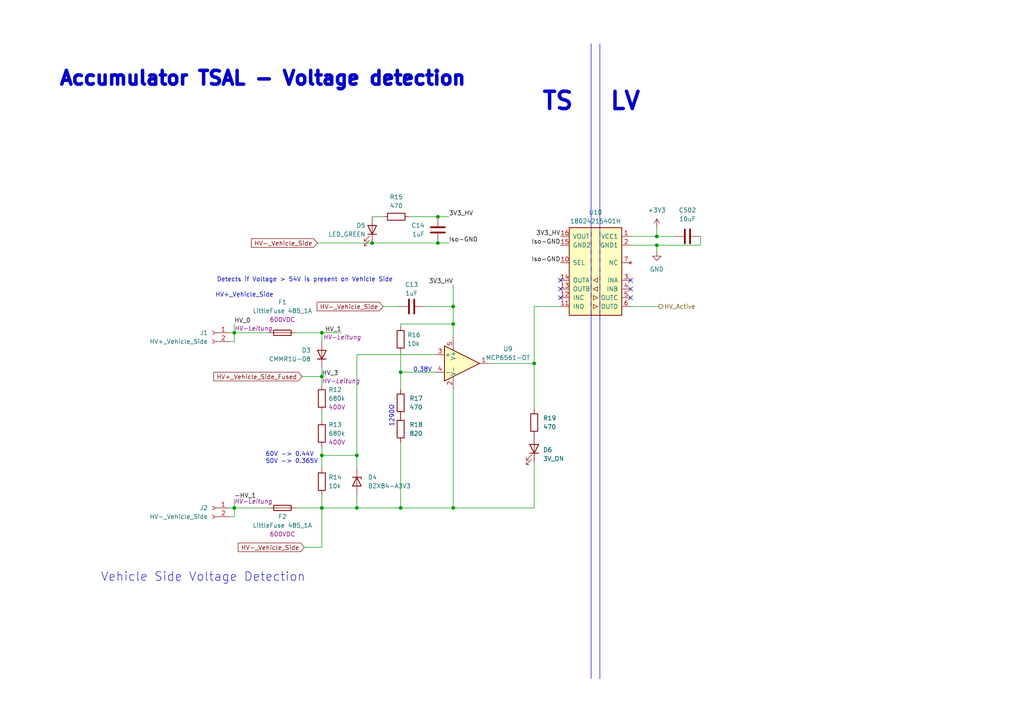
<source format=kicad_sch>
(kicad_sch
	(version 20231120)
	(generator "eeschema")
	(generator_version "8.0")
	(uuid "8187bab8-e1b7-4d6d-913a-e646585e9343")
	(paper "A4")
	(lib_symbols
		(symbol "18024215401H:18024215401H"
			(pin_names
				(offset 1.016)
			)
			(exclude_from_sim no)
			(in_bom yes)
			(on_board yes)
			(property "Reference" "U"
				(at 0 15.875 0)
				(effects
					(font
						(size 1.27 1.27)
					)
				)
			)
			(property "Value" "18024215401H"
				(at 0 13.97 0)
				(effects
					(font
						(size 1.27 1.27)
					)
				)
			)
			(property "Footprint" "Package_SO:SOIC-16W_7.5x10.3mm_P1.27mm"
				(at 0 -13.97 0)
				(effects
					(font
						(size 1.27 1.27)
						(italic yes)
					)
					(hide yes)
				)
			)
			(property "Datasheet" "https://www.we-online.com/components/products/datasheet/18024215401L.pdf"
				(at 1.27 17.78 0)
				(effects
					(font
						(size 1.27 1.27)
					)
					(hide yes)
				)
			)
			(property "Description" ""
				(at 0 0 0)
				(effects
					(font
						(size 1.27 1.27)
					)
					(hide yes)
				)
			)
			(property "ki_keywords" "4Ch Quad Digital Isolator 25Mbps"
				(at 0 0 0)
				(effects
					(font
						(size 1.27 1.27)
					)
					(hide yes)
				)
			)
			(property "ki_fp_filters" "SO*"
				(at 0 0 0)
				(effects
					(font
						(size 1.27 1.27)
					)
					(hide yes)
				)
			)
			(symbol "18024215401H_0_1"
				(rectangle
					(start -7.62 12.7)
					(end 7.62 -12.7)
					(stroke
						(width 0.254)
						(type default)
					)
					(fill
						(type background)
					)
				)
				(polyline
					(pts
						(xy -1.27 -11.43) (xy -1.27 -12.7)
					)
					(stroke
						(width 0)
						(type default)
					)
					(fill
						(type none)
					)
				)
				(polyline
					(pts
						(xy -1.27 -8.89) (xy -1.27 -10.16)
					)
					(stroke
						(width 0)
						(type default)
					)
					(fill
						(type none)
					)
				)
				(polyline
					(pts
						(xy -1.27 -6.35) (xy -1.27 -7.62)
					)
					(stroke
						(width 0)
						(type default)
					)
					(fill
						(type none)
					)
				)
				(polyline
					(pts
						(xy -1.27 -3.81) (xy -1.27 -5.08)
					)
					(stroke
						(width 0)
						(type default)
					)
					(fill
						(type none)
					)
				)
				(polyline
					(pts
						(xy -1.27 -1.27) (xy -1.27 -2.54)
					)
					(stroke
						(width 0)
						(type default)
					)
					(fill
						(type none)
					)
				)
				(polyline
					(pts
						(xy -1.27 1.27) (xy -1.27 0)
					)
					(stroke
						(width 0)
						(type default)
					)
					(fill
						(type none)
					)
				)
				(polyline
					(pts
						(xy -1.27 3.81) (xy -1.27 2.54)
					)
					(stroke
						(width 0)
						(type default)
					)
					(fill
						(type none)
					)
				)
				(polyline
					(pts
						(xy -1.27 6.35) (xy -1.27 5.08)
					)
					(stroke
						(width 0)
						(type default)
					)
					(fill
						(type none)
					)
				)
				(polyline
					(pts
						(xy -1.27 8.89) (xy -1.27 7.62)
					)
					(stroke
						(width 0)
						(type default)
					)
					(fill
						(type none)
					)
				)
				(polyline
					(pts
						(xy -1.27 11.43) (xy -1.27 10.16)
					)
					(stroke
						(width 0)
						(type default)
					)
					(fill
						(type none)
					)
				)
				(polyline
					(pts
						(xy 1.27 -11.43) (xy 1.27 -12.7)
					)
					(stroke
						(width 0)
						(type default)
					)
					(fill
						(type none)
					)
				)
				(polyline
					(pts
						(xy 1.27 -8.89) (xy 1.27 -10.16)
					)
					(stroke
						(width 0)
						(type default)
					)
					(fill
						(type none)
					)
				)
				(polyline
					(pts
						(xy 1.27 -6.35) (xy 1.27 -7.62)
					)
					(stroke
						(width 0)
						(type default)
					)
					(fill
						(type none)
					)
				)
				(polyline
					(pts
						(xy 1.27 -3.81) (xy 1.27 -5.08)
					)
					(stroke
						(width 0)
						(type default)
					)
					(fill
						(type none)
					)
				)
				(polyline
					(pts
						(xy 1.27 -1.27) (xy 1.27 -2.54)
					)
					(stroke
						(width 0)
						(type default)
					)
					(fill
						(type none)
					)
				)
				(polyline
					(pts
						(xy 1.27 1.27) (xy 1.27 0)
					)
					(stroke
						(width 0)
						(type default)
					)
					(fill
						(type none)
					)
				)
				(polyline
					(pts
						(xy 1.27 3.81) (xy 1.27 2.54)
					)
					(stroke
						(width 0)
						(type default)
					)
					(fill
						(type none)
					)
				)
				(polyline
					(pts
						(xy 1.27 6.35) (xy 1.27 5.08)
					)
					(stroke
						(width 0)
						(type default)
					)
					(fill
						(type none)
					)
				)
				(polyline
					(pts
						(xy 1.27 8.89) (xy 1.27 7.62)
					)
					(stroke
						(width 0)
						(type default)
					)
					(fill
						(type none)
					)
				)
				(polyline
					(pts
						(xy 1.27 11.43) (xy 1.27 10.16)
					)
					(stroke
						(width 0)
						(type default)
					)
					(fill
						(type none)
					)
				)
				(polyline
					(pts
						(xy -0.635 -10.16) (xy 0.635 -9.525) (xy 0.635 -10.795) (xy -0.635 -10.16)
					)
					(stroke
						(width 0)
						(type default)
					)
					(fill
						(type none)
					)
				)
				(polyline
					(pts
						(xy -0.635 -7.62) (xy 0.635 -6.985) (xy 0.635 -8.255) (xy -0.635 -7.62)
					)
					(stroke
						(width 0)
						(type default)
					)
					(fill
						(type none)
					)
				)
				(polyline
					(pts
						(xy -0.635 -4.445) (xy -0.635 -5.715) (xy 0.635 -5.08) (xy -0.635 -4.445)
					)
					(stroke
						(width 0)
						(type default)
					)
					(fill
						(type none)
					)
				)
				(polyline
					(pts
						(xy -0.635 -1.905) (xy -0.635 -3.175) (xy 0.635 -2.54) (xy -0.635 -1.905)
					)
					(stroke
						(width 0)
						(type default)
					)
					(fill
						(type none)
					)
				)
			)
			(symbol "18024215401H_1_1"
				(pin power_in line
					(at -10.16 10.16 0)
					(length 2.54)
					(name "VCC1"
						(effects
							(font
								(size 1.27 1.27)
							)
						)
					)
					(number "1"
						(effects
							(font
								(size 1.27 1.27)
							)
						)
					)
				)
				(pin input line
					(at 10.16 2.54 180)
					(length 2.54)
					(name "SEL"
						(effects
							(font
								(size 1.27 1.27)
							)
						)
					)
					(number "10"
						(effects
							(font
								(size 1.27 1.27)
							)
						)
					)
				)
				(pin input line
					(at 10.16 -10.16 180)
					(length 2.54)
					(name "IND"
						(effects
							(font
								(size 1.27 1.27)
							)
						)
					)
					(number "11"
						(effects
							(font
								(size 1.27 1.27)
							)
						)
					)
				)
				(pin input line
					(at 10.16 -7.62 180)
					(length 2.54)
					(name "INC"
						(effects
							(font
								(size 1.27 1.27)
							)
						)
					)
					(number "12"
						(effects
							(font
								(size 1.27 1.27)
							)
						)
					)
				)
				(pin output line
					(at 10.16 -5.08 180)
					(length 2.54)
					(name "OUTB"
						(effects
							(font
								(size 1.27 1.27)
							)
						)
					)
					(number "13"
						(effects
							(font
								(size 1.27 1.27)
							)
						)
					)
				)
				(pin output line
					(at 10.16 -2.54 180)
					(length 2.54)
					(name "OUTA"
						(effects
							(font
								(size 1.27 1.27)
							)
						)
					)
					(number "14"
						(effects
							(font
								(size 1.27 1.27)
							)
						)
					)
				)
				(pin power_out line
					(at 10.16 7.62 180)
					(length 2.54)
					(name "GND2"
						(effects
							(font
								(size 1.27 1.27)
							)
						)
					)
					(number "15"
						(effects
							(font
								(size 1.27 1.27)
							)
						)
					)
				)
				(pin power_out line
					(at 10.16 10.16 180)
					(length 2.54)
					(name "VOUT"
						(effects
							(font
								(size 1.27 1.27)
							)
						)
					)
					(number "16"
						(effects
							(font
								(size 1.27 1.27)
							)
						)
					)
				)
				(pin power_in line
					(at -10.16 7.62 0)
					(length 2.54)
					(name "GND1"
						(effects
							(font
								(size 1.27 1.27)
							)
						)
					)
					(number "2"
						(effects
							(font
								(size 1.27 1.27)
							)
						)
					)
				)
				(pin input line
					(at -10.16 -2.54 0)
					(length 2.54)
					(name "INA"
						(effects
							(font
								(size 1.27 1.27)
							)
						)
					)
					(number "3"
						(effects
							(font
								(size 1.27 1.27)
							)
						)
					)
				)
				(pin input line
					(at -10.16 -5.08 0)
					(length 2.54)
					(name "INB"
						(effects
							(font
								(size 1.27 1.27)
							)
						)
					)
					(number "4"
						(effects
							(font
								(size 1.27 1.27)
							)
						)
					)
				)
				(pin output line
					(at -10.16 -7.62 0)
					(length 2.54)
					(name "OUTC"
						(effects
							(font
								(size 1.27 1.27)
							)
						)
					)
					(number "5"
						(effects
							(font
								(size 1.27 1.27)
							)
						)
					)
				)
				(pin output line
					(at -10.16 -10.16 0)
					(length 2.54)
					(name "OUTD"
						(effects
							(font
								(size 1.27 1.27)
							)
						)
					)
					(number "6"
						(effects
							(font
								(size 1.27 1.27)
							)
						)
					)
				)
				(pin no_connect line
					(at -10.16 2.54 0)
					(length 2.54)
					(name "NC"
						(effects
							(font
								(size 1.27 1.27)
							)
						)
					)
					(number "7"
						(effects
							(font
								(size 1.27 1.27)
							)
						)
					)
				)
				(pin power_in line
					(at -10.16 7.62 0)
					(length 2.54) hide
					(name "GND1"
						(effects
							(font
								(size 1.27 1.27)
							)
						)
					)
					(number "8"
						(effects
							(font
								(size 1.27 1.27)
							)
						)
					)
				)
				(pin power_out line
					(at 10.16 7.62 180)
					(length 2.54) hide
					(name "GND2"
						(effects
							(font
								(size 1.27 1.27)
							)
						)
					)
					(number "9"
						(effects
							(font
								(size 1.27 1.27)
							)
						)
					)
				)
			)
		)
		(symbol "Comparator:MCP6561-OT"
			(pin_names
				(offset 0.127)
			)
			(exclude_from_sim no)
			(in_bom yes)
			(on_board yes)
			(property "Reference" "U"
				(at -1.27 6.35 0)
				(effects
					(font
						(size 1.27 1.27)
					)
					(justify left)
				)
			)
			(property "Value" "MCP6561-OT"
				(at -1.27 3.81 0)
				(effects
					(font
						(size 1.27 1.27)
					)
					(justify left)
				)
			)
			(property "Footprint" "Package_TO_SOT_SMD:SOT-23-5"
				(at -2.54 -5.08 0)
				(effects
					(font
						(size 1.27 1.27)
					)
					(justify left)
					(hide yes)
				)
			)
			(property "Datasheet" "http://ww1.microchip.com/downloads/en/DeviceDoc/MCP6561-1R-1U-2-4-1.8V-Low-Power-Push-Pull-Output-Comparator-DS20002139E.pdf"
				(at 0 5.08 0)
				(effects
					(font
						(size 1.27 1.27)
					)
					(hide yes)
				)
			)
			(property "Description" "Single 1.8V Low-Power Push-Pull Output Comparator, SOT-23-5"
				(at 0 0 0)
				(effects
					(font
						(size 1.27 1.27)
					)
					(hide yes)
				)
			)
			(property "ki_keywords" "cmp"
				(at 0 0 0)
				(effects
					(font
						(size 1.27 1.27)
					)
					(hide yes)
				)
			)
			(property "ki_fp_filters" "SOT?23*"
				(at 0 0 0)
				(effects
					(font
						(size 1.27 1.27)
					)
					(hide yes)
				)
			)
			(symbol "MCP6561-OT_0_1"
				(polyline
					(pts
						(xy -5.08 5.08) (xy 5.08 0) (xy -5.08 -5.08) (xy -5.08 5.08)
					)
					(stroke
						(width 0.254)
						(type default)
					)
					(fill
						(type background)
					)
				)
				(pin power_in line
					(at -2.54 -7.62 90)
					(length 3.81)
					(name "V-"
						(effects
							(font
								(size 1.27 1.27)
							)
						)
					)
					(number "2"
						(effects
							(font
								(size 1.27 1.27)
							)
						)
					)
				)
				(pin power_in line
					(at -2.54 7.62 270)
					(length 3.81)
					(name "V+"
						(effects
							(font
								(size 1.27 1.27)
							)
						)
					)
					(number "5"
						(effects
							(font
								(size 1.27 1.27)
							)
						)
					)
				)
			)
			(symbol "MCP6561-OT_1_1"
				(pin output line
					(at 7.62 0 180)
					(length 2.54)
					(name "~"
						(effects
							(font
								(size 1.27 1.27)
							)
						)
					)
					(number "1"
						(effects
							(font
								(size 1.27 1.27)
							)
						)
					)
				)
				(pin input line
					(at -7.62 2.54 0)
					(length 2.54)
					(name "+"
						(effects
							(font
								(size 1.27 1.27)
							)
						)
					)
					(number "3"
						(effects
							(font
								(size 1.27 1.27)
							)
						)
					)
				)
				(pin input line
					(at -7.62 -2.54 0)
					(length 2.54)
					(name "-"
						(effects
							(font
								(size 1.27 1.27)
							)
						)
					)
					(number "4"
						(effects
							(font
								(size 1.27 1.27)
							)
						)
					)
				)
			)
		)
		(symbol "Connector:Conn_01x02_Female"
			(pin_names
				(offset 1.016) hide)
			(exclude_from_sim no)
			(in_bom yes)
			(on_board yes)
			(property "Reference" "J"
				(at 0 2.54 0)
				(effects
					(font
						(size 1.27 1.27)
					)
				)
			)
			(property "Value" "Conn_01x02_Female"
				(at 0 -5.08 0)
				(effects
					(font
						(size 1.27 1.27)
					)
				)
			)
			(property "Footprint" ""
				(at 0 0 0)
				(effects
					(font
						(size 1.27 1.27)
					)
					(hide yes)
				)
			)
			(property "Datasheet" "~"
				(at 0 0 0)
				(effects
					(font
						(size 1.27 1.27)
					)
					(hide yes)
				)
			)
			(property "Description" "Generic connector, single row, 01x02, script generated (kicad-library-utils/schlib/autogen/connector/)"
				(at 0 0 0)
				(effects
					(font
						(size 1.27 1.27)
					)
					(hide yes)
				)
			)
			(property "ki_keywords" "connector"
				(at 0 0 0)
				(effects
					(font
						(size 1.27 1.27)
					)
					(hide yes)
				)
			)
			(property "ki_fp_filters" "Connector*:*_1x??_*"
				(at 0 0 0)
				(effects
					(font
						(size 1.27 1.27)
					)
					(hide yes)
				)
			)
			(symbol "Conn_01x02_Female_1_1"
				(arc
					(start 0 -2.032)
					(mid -0.5058 -2.54)
					(end 0 -3.048)
					(stroke
						(width 0.1524)
						(type default)
					)
					(fill
						(type none)
					)
				)
				(polyline
					(pts
						(xy -1.27 -2.54) (xy -0.508 -2.54)
					)
					(stroke
						(width 0.1524)
						(type default)
					)
					(fill
						(type none)
					)
				)
				(polyline
					(pts
						(xy -1.27 0) (xy -0.508 0)
					)
					(stroke
						(width 0.1524)
						(type default)
					)
					(fill
						(type none)
					)
				)
				(arc
					(start 0 0.508)
					(mid -0.5058 0)
					(end 0 -0.508)
					(stroke
						(width 0.1524)
						(type default)
					)
					(fill
						(type none)
					)
				)
				(pin passive line
					(at -5.08 0 0)
					(length 3.81)
					(name "Pin_1"
						(effects
							(font
								(size 1.27 1.27)
							)
						)
					)
					(number "1"
						(effects
							(font
								(size 1.27 1.27)
							)
						)
					)
				)
				(pin passive line
					(at -5.08 -2.54 0)
					(length 3.81)
					(name "Pin_2"
						(effects
							(font
								(size 1.27 1.27)
							)
						)
					)
					(number "2"
						(effects
							(font
								(size 1.27 1.27)
							)
						)
					)
				)
			)
		)
		(symbol "Device:C"
			(pin_numbers hide)
			(pin_names
				(offset 0.254)
			)
			(exclude_from_sim no)
			(in_bom yes)
			(on_board yes)
			(property "Reference" "C"
				(at 0.635 2.54 0)
				(effects
					(font
						(size 1.27 1.27)
					)
					(justify left)
				)
			)
			(property "Value" "C"
				(at 0.635 -2.54 0)
				(effects
					(font
						(size 1.27 1.27)
					)
					(justify left)
				)
			)
			(property "Footprint" ""
				(at 0.9652 -3.81 0)
				(effects
					(font
						(size 1.27 1.27)
					)
					(hide yes)
				)
			)
			(property "Datasheet" "~"
				(at 0 0 0)
				(effects
					(font
						(size 1.27 1.27)
					)
					(hide yes)
				)
			)
			(property "Description" "Unpolarized capacitor"
				(at 0 0 0)
				(effects
					(font
						(size 1.27 1.27)
					)
					(hide yes)
				)
			)
			(property "ki_keywords" "cap capacitor"
				(at 0 0 0)
				(effects
					(font
						(size 1.27 1.27)
					)
					(hide yes)
				)
			)
			(property "ki_fp_filters" "C_*"
				(at 0 0 0)
				(effects
					(font
						(size 1.27 1.27)
					)
					(hide yes)
				)
			)
			(symbol "C_0_1"
				(polyline
					(pts
						(xy -2.032 -0.762) (xy 2.032 -0.762)
					)
					(stroke
						(width 0.508)
						(type default)
					)
					(fill
						(type none)
					)
				)
				(polyline
					(pts
						(xy -2.032 0.762) (xy 2.032 0.762)
					)
					(stroke
						(width 0.508)
						(type default)
					)
					(fill
						(type none)
					)
				)
			)
			(symbol "C_1_1"
				(pin passive line
					(at 0 3.81 270)
					(length 2.794)
					(name "~"
						(effects
							(font
								(size 1.27 1.27)
							)
						)
					)
					(number "1"
						(effects
							(font
								(size 1.27 1.27)
							)
						)
					)
				)
				(pin passive line
					(at 0 -3.81 90)
					(length 2.794)
					(name "~"
						(effects
							(font
								(size 1.27 1.27)
							)
						)
					)
					(number "2"
						(effects
							(font
								(size 1.27 1.27)
							)
						)
					)
				)
			)
		)
		(symbol "Device:LED"
			(pin_numbers hide)
			(pin_names
				(offset 1.016) hide)
			(exclude_from_sim no)
			(in_bom yes)
			(on_board yes)
			(property "Reference" "D"
				(at 0 2.54 0)
				(effects
					(font
						(size 1.27 1.27)
					)
				)
			)
			(property "Value" "LED"
				(at 0 -2.54 0)
				(effects
					(font
						(size 1.27 1.27)
					)
				)
			)
			(property "Footprint" ""
				(at 0 0 0)
				(effects
					(font
						(size 1.27 1.27)
					)
					(hide yes)
				)
			)
			(property "Datasheet" "~"
				(at 0 0 0)
				(effects
					(font
						(size 1.27 1.27)
					)
					(hide yes)
				)
			)
			(property "Description" "Light emitting diode"
				(at 0 0 0)
				(effects
					(font
						(size 1.27 1.27)
					)
					(hide yes)
				)
			)
			(property "ki_keywords" "LED diode"
				(at 0 0 0)
				(effects
					(font
						(size 1.27 1.27)
					)
					(hide yes)
				)
			)
			(property "ki_fp_filters" "LED* LED_SMD:* LED_THT:*"
				(at 0 0 0)
				(effects
					(font
						(size 1.27 1.27)
					)
					(hide yes)
				)
			)
			(symbol "LED_0_1"
				(polyline
					(pts
						(xy -1.27 -1.27) (xy -1.27 1.27)
					)
					(stroke
						(width 0.254)
						(type default)
					)
					(fill
						(type none)
					)
				)
				(polyline
					(pts
						(xy -1.27 0) (xy 1.27 0)
					)
					(stroke
						(width 0)
						(type default)
					)
					(fill
						(type none)
					)
				)
				(polyline
					(pts
						(xy 1.27 -1.27) (xy 1.27 1.27) (xy -1.27 0) (xy 1.27 -1.27)
					)
					(stroke
						(width 0.254)
						(type default)
					)
					(fill
						(type none)
					)
				)
				(polyline
					(pts
						(xy -3.048 -0.762) (xy -4.572 -2.286) (xy -3.81 -2.286) (xy -4.572 -2.286) (xy -4.572 -1.524)
					)
					(stroke
						(width 0)
						(type default)
					)
					(fill
						(type none)
					)
				)
				(polyline
					(pts
						(xy -1.778 -0.762) (xy -3.302 -2.286) (xy -2.54 -2.286) (xy -3.302 -2.286) (xy -3.302 -1.524)
					)
					(stroke
						(width 0)
						(type default)
					)
					(fill
						(type none)
					)
				)
			)
			(symbol "LED_1_1"
				(pin passive line
					(at -3.81 0 0)
					(length 2.54)
					(name "K"
						(effects
							(font
								(size 1.27 1.27)
							)
						)
					)
					(number "1"
						(effects
							(font
								(size 1.27 1.27)
							)
						)
					)
				)
				(pin passive line
					(at 3.81 0 180)
					(length 2.54)
					(name "A"
						(effects
							(font
								(size 1.27 1.27)
							)
						)
					)
					(number "2"
						(effects
							(font
								(size 1.27 1.27)
							)
						)
					)
				)
			)
		)
		(symbol "Device:R"
			(pin_numbers hide)
			(pin_names
				(offset 0)
			)
			(exclude_from_sim no)
			(in_bom yes)
			(on_board yes)
			(property "Reference" "R"
				(at 2.032 0 90)
				(effects
					(font
						(size 1.27 1.27)
					)
				)
			)
			(property "Value" "R"
				(at 0 0 90)
				(effects
					(font
						(size 1.27 1.27)
					)
				)
			)
			(property "Footprint" ""
				(at -1.778 0 90)
				(effects
					(font
						(size 1.27 1.27)
					)
					(hide yes)
				)
			)
			(property "Datasheet" "~"
				(at 0 0 0)
				(effects
					(font
						(size 1.27 1.27)
					)
					(hide yes)
				)
			)
			(property "Description" "Resistor"
				(at 0 0 0)
				(effects
					(font
						(size 1.27 1.27)
					)
					(hide yes)
				)
			)
			(property "ki_keywords" "R res resistor"
				(at 0 0 0)
				(effects
					(font
						(size 1.27 1.27)
					)
					(hide yes)
				)
			)
			(property "ki_fp_filters" "R_*"
				(at 0 0 0)
				(effects
					(font
						(size 1.27 1.27)
					)
					(hide yes)
				)
			)
			(symbol "R_0_1"
				(rectangle
					(start -1.016 -2.54)
					(end 1.016 2.54)
					(stroke
						(width 0.254)
						(type default)
					)
					(fill
						(type none)
					)
				)
			)
			(symbol "R_1_1"
				(pin passive line
					(at 0 3.81 270)
					(length 1.27)
					(name "~"
						(effects
							(font
								(size 1.27 1.27)
							)
						)
					)
					(number "1"
						(effects
							(font
								(size 1.27 1.27)
							)
						)
					)
				)
				(pin passive line
					(at 0 -3.81 90)
					(length 1.27)
					(name "~"
						(effects
							(font
								(size 1.27 1.27)
							)
						)
					)
					(number "2"
						(effects
							(font
								(size 1.27 1.27)
							)
						)
					)
				)
			)
		)
		(symbol "FaSTTUBe_Fuses:485_1A"
			(pin_numbers hide)
			(pin_names
				(offset 0)
			)
			(exclude_from_sim no)
			(in_bom yes)
			(on_board yes)
			(property "Reference" "F"
				(at 2.032 0 90)
				(effects
					(font
						(size 1.27 1.27)
					)
				)
			)
			(property "Value" "485_1A"
				(at -5.08 0 90)
				(effects
					(font
						(size 1.27 1.27)
					)
				)
			)
			(property "Footprint" "FaSTTUBe_Fuses:Littelfuse_485"
				(at 5.08 0 90)
				(effects
					(font
						(size 1.27 1.27)
					)
					(hide yes)
				)
			)
			(property "Datasheet" "~"
				(at 0 0 0)
				(effects
					(font
						(size 1.27 1.27)
					)
					(hide yes)
				)
			)
			(property "Description" "Littelfuse 485 Series 600Vdc, 1A"
				(at 0 0 0)
				(effects
					(font
						(size 1.27 1.27)
					)
					(hide yes)
				)
			)
			(property "Voltage" "600VDC"
				(at -2.54 0 90)
				(effects
					(font
						(size 1.27 1.27)
					)
				)
			)
			(property "ki_keywords" "fuse"
				(at 0 0 0)
				(effects
					(font
						(size 1.27 1.27)
					)
					(hide yes)
				)
			)
			(property "ki_fp_filters" "*Fuse*"
				(at 0 0 0)
				(effects
					(font
						(size 1.27 1.27)
					)
					(hide yes)
				)
			)
			(symbol "485_1A_0_1"
				(rectangle
					(start -0.762 -2.54)
					(end 0.762 2.54)
					(stroke
						(width 0.254)
						(type default)
					)
					(fill
						(type none)
					)
				)
				(polyline
					(pts
						(xy 0 2.54) (xy 0 -2.54)
					)
					(stroke
						(width 0)
						(type default)
					)
					(fill
						(type none)
					)
				)
			)
			(symbol "485_1A_1_1"
				(pin passive line
					(at 0 3.81 270)
					(length 1.27)
					(name "~"
						(effects
							(font
								(size 1.27 1.27)
							)
						)
					)
					(number "1"
						(effects
							(font
								(size 1.27 1.27)
							)
						)
					)
				)
				(pin passive line
					(at 0 -3.81 90)
					(length 1.27)
					(name "~"
						(effects
							(font
								(size 1.27 1.27)
							)
						)
					)
					(number "2"
						(effects
							(font
								(size 1.27 1.27)
							)
						)
					)
				)
			)
		)
		(symbol "HV_Indicator:CMMR1U-08"
			(pin_numbers hide)
			(pin_names
				(offset 1.016) hide)
			(exclude_from_sim no)
			(in_bom yes)
			(on_board yes)
			(property "Reference" "D"
				(at 0 2.54 0)
				(effects
					(font
						(size 1.27 1.27)
					)
				)
			)
			(property "Value" "CMMR1U-08"
				(at 0 -2.54 0)
				(effects
					(font
						(size 1.27 1.27)
					)
				)
			)
			(property "Footprint" "Diode_SMD:D_SOD-123F"
				(at 0 0 0)
				(effects
					(font
						(size 1.27 1.27)
					)
					(hide yes)
				)
			)
			(property "Datasheet" "https://www.mouser.de/datasheet/2/68/CSEMS02975_1-2539073.pdf"
				(at 0 0 0)
				(effects
					(font
						(size 1.27 1.27)
					)
					(hide yes)
				)
			)
			(property "Description" "Diode, Vr=800V, I=1.0A"
				(at 0 0 0)
				(effects
					(font
						(size 1.27 1.27)
					)
					(hide yes)
				)
			)
			(property "ki_keywords" "diode"
				(at 0 0 0)
				(effects
					(font
						(size 1.27 1.27)
					)
					(hide yes)
				)
			)
			(property "ki_fp_filters" "TO-???* *_Diode_* *SingleDiode* D_*"
				(at 0 0 0)
				(effects
					(font
						(size 1.27 1.27)
					)
					(hide yes)
				)
			)
			(symbol "CMMR1U-08_0_1"
				(polyline
					(pts
						(xy -1.27 1.27) (xy -1.27 -1.27)
					)
					(stroke
						(width 0.254)
						(type default)
					)
					(fill
						(type none)
					)
				)
				(polyline
					(pts
						(xy 1.27 0) (xy -1.27 0)
					)
					(stroke
						(width 0)
						(type default)
					)
					(fill
						(type none)
					)
				)
				(polyline
					(pts
						(xy 1.27 1.27) (xy 1.27 -1.27) (xy -1.27 0) (xy 1.27 1.27)
					)
					(stroke
						(width 0.254)
						(type default)
					)
					(fill
						(type none)
					)
				)
			)
			(symbol "CMMR1U-08_1_1"
				(pin passive line
					(at -3.81 0 0)
					(length 2.54)
					(name "K"
						(effects
							(font
								(size 1.27 1.27)
							)
						)
					)
					(number "1"
						(effects
							(font
								(size 1.27 1.27)
							)
						)
					)
				)
				(pin passive line
					(at 3.81 0 180)
					(length 2.54)
					(name "A"
						(effects
							(font
								(size 1.27 1.27)
							)
						)
					)
					(number "2"
						(effects
							(font
								(size 1.27 1.27)
							)
						)
					)
				)
			)
		)
		(symbol "Master:BZX84-A5V1"
			(pin_numbers hide)
			(pin_names
				(offset 1.016) hide)
			(exclude_from_sim no)
			(in_bom yes)
			(on_board yes)
			(property "Reference" "D"
				(at 0 2.54 0)
				(effects
					(font
						(size 1.27 1.27)
					)
				)
			)
			(property "Value" "BZX84-A5V1"
				(at 0 -2.54 0)
				(effects
					(font
						(size 1.27 1.27)
					)
				)
			)
			(property "Footprint" "Package_TO_SOT_SMD:SOT-23-3"
				(at 0 5.08 0)
				(effects
					(font
						(size 1.27 1.27)
					)
					(hide yes)
				)
			)
			(property "Datasheet" "~"
				(at 0 0 0)
				(effects
					(font
						(size 1.27 1.27)
					)
					(hide yes)
				)
			)
			(property "Description" "Zener diode 5.1V SOT-23"
				(at 0 0 0)
				(effects
					(font
						(size 1.27 1.27)
					)
					(hide yes)
				)
			)
			(property "ki_keywords" "diode"
				(at 0 0 0)
				(effects
					(font
						(size 1.27 1.27)
					)
					(hide yes)
				)
			)
			(property "ki_fp_filters" "TO-???* *_Diode_* *SingleDiode* D_*"
				(at 0 0 0)
				(effects
					(font
						(size 1.27 1.27)
					)
					(hide yes)
				)
			)
			(symbol "BZX84-A5V1_0_1"
				(polyline
					(pts
						(xy 1.27 0) (xy -1.27 0)
					)
					(stroke
						(width 0)
						(type default)
					)
					(fill
						(type none)
					)
				)
				(polyline
					(pts
						(xy -1.27 -1.27) (xy -1.27 1.27) (xy -0.762 1.27)
					)
					(stroke
						(width 0.254)
						(type default)
					)
					(fill
						(type none)
					)
				)
				(polyline
					(pts
						(xy 1.27 -1.27) (xy 1.27 1.27) (xy -1.27 0) (xy 1.27 -1.27)
					)
					(stroke
						(width 0.254)
						(type default)
					)
					(fill
						(type none)
					)
				)
			)
			(symbol "BZX84-A5V1_1_1"
				(pin passive line
					(at 3.81 0 180)
					(length 2.54)
					(name "A"
						(effects
							(font
								(size 1.27 1.27)
							)
						)
					)
					(number "1"
						(effects
							(font
								(size 1.27 1.27)
							)
						)
					)
				)
				(pin passive line
					(at -3.81 0 0)
					(length 2.54)
					(name "K"
						(effects
							(font
								(size 1.27 1.27)
							)
						)
					)
					(number "3"
						(effects
							(font
								(size 1.27 1.27)
							)
						)
					)
				)
			)
		)
		(symbol "power:+3V3"
			(power)
			(pin_numbers hide)
			(pin_names
				(offset 0) hide)
			(exclude_from_sim no)
			(in_bom yes)
			(on_board yes)
			(property "Reference" "#PWR"
				(at 0 -3.81 0)
				(effects
					(font
						(size 1.27 1.27)
					)
					(hide yes)
				)
			)
			(property "Value" "+3V3"
				(at 0 3.556 0)
				(effects
					(font
						(size 1.27 1.27)
					)
				)
			)
			(property "Footprint" ""
				(at 0 0 0)
				(effects
					(font
						(size 1.27 1.27)
					)
					(hide yes)
				)
			)
			(property "Datasheet" ""
				(at 0 0 0)
				(effects
					(font
						(size 1.27 1.27)
					)
					(hide yes)
				)
			)
			(property "Description" "Power symbol creates a global label with name \"+3V3\""
				(at 0 0 0)
				(effects
					(font
						(size 1.27 1.27)
					)
					(hide yes)
				)
			)
			(property "ki_keywords" "global power"
				(at 0 0 0)
				(effects
					(font
						(size 1.27 1.27)
					)
					(hide yes)
				)
			)
			(symbol "+3V3_0_1"
				(polyline
					(pts
						(xy -0.762 1.27) (xy 0 2.54)
					)
					(stroke
						(width 0)
						(type default)
					)
					(fill
						(type none)
					)
				)
				(polyline
					(pts
						(xy 0 0) (xy 0 2.54)
					)
					(stroke
						(width 0)
						(type default)
					)
					(fill
						(type none)
					)
				)
				(polyline
					(pts
						(xy 0 2.54) (xy 0.762 1.27)
					)
					(stroke
						(width 0)
						(type default)
					)
					(fill
						(type none)
					)
				)
			)
			(symbol "+3V3_1_1"
				(pin power_in line
					(at 0 0 90)
					(length 0)
					(name "~"
						(effects
							(font
								(size 1.27 1.27)
							)
						)
					)
					(number "1"
						(effects
							(font
								(size 1.27 1.27)
							)
						)
					)
				)
			)
		)
		(symbol "power:GND"
			(power)
			(pin_numbers hide)
			(pin_names
				(offset 0) hide)
			(exclude_from_sim no)
			(in_bom yes)
			(on_board yes)
			(property "Reference" "#PWR"
				(at 0 -6.35 0)
				(effects
					(font
						(size 1.27 1.27)
					)
					(hide yes)
				)
			)
			(property "Value" "GND"
				(at 0 -3.81 0)
				(effects
					(font
						(size 1.27 1.27)
					)
				)
			)
			(property "Footprint" ""
				(at 0 0 0)
				(effects
					(font
						(size 1.27 1.27)
					)
					(hide yes)
				)
			)
			(property "Datasheet" ""
				(at 0 0 0)
				(effects
					(font
						(size 1.27 1.27)
					)
					(hide yes)
				)
			)
			(property "Description" "Power symbol creates a global label with name \"GND\" , ground"
				(at 0 0 0)
				(effects
					(font
						(size 1.27 1.27)
					)
					(hide yes)
				)
			)
			(property "ki_keywords" "global power"
				(at 0 0 0)
				(effects
					(font
						(size 1.27 1.27)
					)
					(hide yes)
				)
			)
			(symbol "GND_0_1"
				(polyline
					(pts
						(xy 0 0) (xy 0 -1.27) (xy 1.27 -1.27) (xy 0 -2.54) (xy -1.27 -1.27) (xy 0 -1.27)
					)
					(stroke
						(width 0)
						(type default)
					)
					(fill
						(type none)
					)
				)
			)
			(symbol "GND_1_1"
				(pin power_in line
					(at 0 0 270)
					(length 0)
					(name "~"
						(effects
							(font
								(size 1.27 1.27)
							)
						)
					)
					(number "1"
						(effects
							(font
								(size 1.27 1.27)
							)
						)
					)
				)
			)
		)
	)
	(junction
		(at 107.95 70.485)
		(diameter 0)
		(color 0 0 0 0)
		(uuid "1325e657-369f-435e-b5c6-ae9c7bd78753")
	)
	(junction
		(at 154.94 105.41)
		(diameter 0)
		(color 0 0 0 0)
		(uuid "19e8c8de-0c21-4c0a-b36c-50c48d583931")
	)
	(junction
		(at 67.945 147.32)
		(diameter 0)
		(color 0 0 0 0)
		(uuid "30e037c0-ec6c-4383-8183-fad876dae8b9")
	)
	(junction
		(at 93.345 96.52)
		(diameter 0)
		(color 0 0 0 0)
		(uuid "34bd49f2-5041-4bb0-a27c-151d30bd8696")
	)
	(junction
		(at 93.345 132.08)
		(diameter 0)
		(color 0 0 0 0)
		(uuid "35d2d975-3a6e-4239-83ae-36b1e56b1957")
	)
	(junction
		(at 103.505 147.32)
		(diameter 0)
		(color 0 0 0 0)
		(uuid "413ec718-fa89-4703-9c8d-09a4b10d0deb")
	)
	(junction
		(at 127 70.485)
		(diameter 0)
		(color 0 0 0 0)
		(uuid "4624e293-7147-42ca-8e20-d305bef4eaed")
	)
	(junction
		(at 93.345 109.22)
		(diameter 0)
		(color 0 0 0 0)
		(uuid "784c74d4-c374-4a97-bee7-ac21dba7435d")
	)
	(junction
		(at 190.5 71.12)
		(diameter 0)
		(color 0 0 0 0)
		(uuid "79d78e7c-287a-4e2c-8ce1-0c24689409b6")
	)
	(junction
		(at 116.205 107.95)
		(diameter 0)
		(color 0 0 0 0)
		(uuid "7ef8a700-6824-464a-82f0-67a6cd2c1637")
	)
	(junction
		(at 103.505 132.08)
		(diameter 0)
		(color 0 0 0 0)
		(uuid "8136cb26-46df-4cdc-aa10-a06cd5f81d23")
	)
	(junction
		(at 127 62.865)
		(diameter 0)
		(color 0 0 0 0)
		(uuid "859a292d-6680-4e43-8386-1557650bfcd2")
	)
	(junction
		(at 131.445 88.9)
		(diameter 0)
		(color 0 0 0 0)
		(uuid "c149ca5f-573b-495a-b4c7-8242706c9694")
	)
	(junction
		(at 93.345 147.32)
		(diameter 0)
		(color 0 0 0 0)
		(uuid "d4876746-bddf-46b2-8308-5d3ee9bb08f6")
	)
	(junction
		(at 131.445 93.98)
		(diameter 0)
		(color 0 0 0 0)
		(uuid "d9f8f98a-d96e-49d3-9fcd-c69116b8d94f")
	)
	(junction
		(at 67.945 96.52)
		(diameter 0)
		(color 0 0 0 0)
		(uuid "dee3800d-ec57-45fc-aaf9-ce39fbf2f1ed")
	)
	(junction
		(at 131.445 147.32)
		(diameter 0)
		(color 0 0 0 0)
		(uuid "e505938e-ceac-43df-94bf-e742f37365b9")
	)
	(junction
		(at 190.5 68.58)
		(diameter 0)
		(color 0 0 0 0)
		(uuid "f7c59671-7bcf-4bb5-95f8-a60f381f98d8")
	)
	(junction
		(at 116.205 147.32)
		(diameter 0)
		(color 0 0 0 0)
		(uuid "fcaed05c-44c1-4949-b336-a52ac1bd93da")
	)
	(no_connect
		(at 182.88 86.36)
		(uuid "0dd732aa-7d7b-47ff-9deb-4314060d8f22")
	)
	(no_connect
		(at 182.88 81.28)
		(uuid "2d061b53-8e34-4d27-80fe-662b5274d1b5")
	)
	(no_connect
		(at 162.56 86.36)
		(uuid "4eb71446-8cdf-4494-973a-b117ed749cbe")
	)
	(no_connect
		(at 182.88 83.82)
		(uuid "91ca37eb-bf0a-43b9-a9b2-1422145facff")
	)
	(no_connect
		(at 162.56 81.28)
		(uuid "9a4c7fb7-9a24-411f-92d9-d98777e5cb82")
	)
	(no_connect
		(at 162.56 83.82)
		(uuid "b8d406f0-02fd-4769-a835-5c8ab5231f9d")
	)
	(wire
		(pts
			(xy 66.675 99.06) (xy 67.945 99.06)
		)
		(stroke
			(width 0)
			(type default)
		)
		(uuid "0258e548-f569-4627-a915-00bd34d6fda1")
	)
	(wire
		(pts
			(xy 67.945 147.32) (xy 66.675 147.32)
		)
		(stroke
			(width 0)
			(type default)
		)
		(uuid "0361bab7-301d-4ff8-b817-d3d9412d62ed")
	)
	(wire
		(pts
			(xy 182.88 88.9) (xy 191.135 88.9)
		)
		(stroke
			(width 0)
			(type default)
		)
		(uuid "0e2b7d8a-cf7c-49d7-8ff5-32656e626f03")
	)
	(wire
		(pts
			(xy 93.345 132.08) (xy 93.345 135.89)
		)
		(stroke
			(width 0)
			(type default)
		)
		(uuid "0ecad4b2-3831-495f-ba64-88f071d07fe1")
	)
	(wire
		(pts
			(xy 203.2 68.58) (xy 203.2 71.12)
		)
		(stroke
			(width 0)
			(type default)
		)
		(uuid "1027b0d4-9ace-4045-8cc8-9e532be77986")
	)
	(wire
		(pts
			(xy 141.605 105.41) (xy 154.94 105.41)
		)
		(stroke
			(width 0)
			(type default)
		)
		(uuid "11a2cce3-24f5-4f87-9bc2-b6f240fd1eea")
	)
	(wire
		(pts
			(xy 123.19 88.9) (xy 131.445 88.9)
		)
		(stroke
			(width 0)
			(type default)
		)
		(uuid "148a1fc6-5b2e-4fb0-9f02-f2fd12c7eeda")
	)
	(wire
		(pts
			(xy 154.94 88.9) (xy 154.94 105.41)
		)
		(stroke
			(width 0)
			(type default)
		)
		(uuid "159f13ac-c311-45a2-a750-83c3e03bf54d")
	)
	(wire
		(pts
			(xy 190.5 66.04) (xy 190.5 68.58)
		)
		(stroke
			(width 0)
			(type default)
		)
		(uuid "21d67a3d-8e7d-4397-9b38-790822ba0dac")
	)
	(wire
		(pts
			(xy 116.205 128.27) (xy 116.205 147.32)
		)
		(stroke
			(width 0)
			(type default)
		)
		(uuid "23a694be-24cd-4818-a054-74dc33e59190")
	)
	(wire
		(pts
			(xy 67.945 93.98) (xy 67.945 96.52)
		)
		(stroke
			(width 0)
			(type default)
		)
		(uuid "29ae49d7-eae1-4128-9199-f331e01a919e")
	)
	(wire
		(pts
			(xy 103.505 132.08) (xy 103.505 135.89)
		)
		(stroke
			(width 0)
			(type default)
		)
		(uuid "31cc6249-0a6f-40b9-ba97-f49003b36ddc")
	)
	(wire
		(pts
			(xy 116.205 93.98) (xy 131.445 93.98)
		)
		(stroke
			(width 0)
			(type default)
		)
		(uuid "33948630-503f-4368-b5a1-4133118a8043")
	)
	(wire
		(pts
			(xy 99.06 96.52) (xy 93.345 96.52)
		)
		(stroke
			(width 0)
			(type default)
		)
		(uuid "34f9b0d2-ec9b-49d7-ab0c-0c9ac818b294")
	)
	(wire
		(pts
			(xy 93.345 147.32) (xy 93.345 143.51)
		)
		(stroke
			(width 0)
			(type default)
		)
		(uuid "3aef293e-1861-4ec0-9bc4-205a1d145ba1")
	)
	(wire
		(pts
			(xy 116.205 147.32) (xy 103.505 147.32)
		)
		(stroke
			(width 0)
			(type default)
		)
		(uuid "3c0003ad-a5c9-45bf-9144-b7c98ea84450")
	)
	(wire
		(pts
			(xy 154.94 105.41) (xy 154.94 118.745)
		)
		(stroke
			(width 0)
			(type default)
		)
		(uuid "48c33060-13ab-4a0c-8b6f-dd71539a3e75")
	)
	(wire
		(pts
			(xy 154.94 147.32) (xy 131.445 147.32)
		)
		(stroke
			(width 0)
			(type default)
		)
		(uuid "4ace33fb-be7d-44da-91ba-9c52bd2d239f")
	)
	(wire
		(pts
			(xy 182.88 68.58) (xy 190.5 68.58)
		)
		(stroke
			(width 0)
			(type default)
		)
		(uuid "4f1dcd1a-b07e-41cd-95ff-4337ef2ff885")
	)
	(wire
		(pts
			(xy 88.265 158.75) (xy 93.345 158.75)
		)
		(stroke
			(width 0)
			(type default)
		)
		(uuid "51b5773d-3c81-45d5-b7a7-3526577ae096")
	)
	(wire
		(pts
			(xy 107.95 70.485) (xy 127 70.485)
		)
		(stroke
			(width 0)
			(type default)
		)
		(uuid "530ec4e8-8939-4a0d-a2c6-84210ea10aab")
	)
	(wire
		(pts
			(xy 116.205 107.95) (xy 116.205 113.03)
		)
		(stroke
			(width 0)
			(type default)
		)
		(uuid "55168837-12ba-4f5f-b964-c6c016db7172")
	)
	(wire
		(pts
			(xy 131.445 113.03) (xy 131.445 147.32)
		)
		(stroke
			(width 0)
			(type default)
		)
		(uuid "58d0f5d9-ddfb-4a7b-a8a2-3b996ecb56f1")
	)
	(wire
		(pts
			(xy 116.205 94.615) (xy 116.205 93.98)
		)
		(stroke
			(width 0)
			(type default)
		)
		(uuid "5b486108-9d8a-43a8-b5f5-620fca28ef5c")
	)
	(wire
		(pts
			(xy 154.94 133.985) (xy 154.94 147.32)
		)
		(stroke
			(width 0)
			(type default)
		)
		(uuid "636f8c75-4e11-4e4a-a19d-0fa69dfbf322")
	)
	(wire
		(pts
			(xy 115.57 88.9) (xy 111.125 88.9)
		)
		(stroke
			(width 0)
			(type default)
		)
		(uuid "645c4523-22d4-4d91-bd6f-a5fb1350d0ec")
	)
	(wire
		(pts
			(xy 93.345 119.38) (xy 93.345 121.92)
		)
		(stroke
			(width 0)
			(type default)
		)
		(uuid "6760f9ca-41d8-4d75-8586-3535ed05bb1d")
	)
	(wire
		(pts
			(xy 107.95 62.865) (xy 111.125 62.865)
		)
		(stroke
			(width 0)
			(type default)
		)
		(uuid "68503ae2-5c47-48d6-b8f0-74b4deec94a5")
	)
	(wire
		(pts
			(xy 103.505 143.51) (xy 103.505 147.32)
		)
		(stroke
			(width 0)
			(type default)
		)
		(uuid "6bb9135f-1742-4560-a06b-77cdcadeede2")
	)
	(wire
		(pts
			(xy 154.94 88.9) (xy 162.56 88.9)
		)
		(stroke
			(width 0)
			(type default)
		)
		(uuid "6e7a43ff-8e05-48fe-99d9-10f884fc6231")
	)
	(wire
		(pts
			(xy 131.445 88.9) (xy 131.445 93.98)
		)
		(stroke
			(width 0)
			(type default)
		)
		(uuid "71139e2a-be8a-492b-be1d-6e35c99d6230")
	)
	(wire
		(pts
			(xy 92.075 70.485) (xy 107.95 70.485)
		)
		(stroke
			(width 0)
			(type default)
		)
		(uuid "7870ec3c-aeee-4ae2-b187-9b497f6db65a")
	)
	(wire
		(pts
			(xy 130.175 70.485) (xy 127 70.485)
		)
		(stroke
			(width 0)
			(type default)
		)
		(uuid "790c1823-b893-448b-b81f-661f6cd5de55")
	)
	(wire
		(pts
			(xy 103.505 147.32) (xy 93.345 147.32)
		)
		(stroke
			(width 0)
			(type default)
		)
		(uuid "7ba4dc4e-c5fc-4e15-b98f-7268bb0cc664")
	)
	(wire
		(pts
			(xy 93.345 109.22) (xy 93.345 111.76)
		)
		(stroke
			(width 0)
			(type default)
		)
		(uuid "85321395-c036-478c-b176-46f0449aabdd")
	)
	(wire
		(pts
			(xy 131.445 147.32) (xy 116.205 147.32)
		)
		(stroke
			(width 0)
			(type default)
		)
		(uuid "89557d16-6871-44a9-9900-db9f16433953")
	)
	(wire
		(pts
			(xy 190.5 68.58) (xy 195.58 68.58)
		)
		(stroke
			(width 0)
			(type default)
		)
		(uuid "8d8dc2c7-4ab2-413a-981d-1bb600f5ce5d")
	)
	(wire
		(pts
			(xy 93.345 96.52) (xy 85.725 96.52)
		)
		(stroke
			(width 0)
			(type default)
		)
		(uuid "9047aa30-2f1b-4734-801f-73b57b56cd5a")
	)
	(polyline
		(pts
			(xy 173.99 12.7) (xy 173.99 196.85)
		)
		(stroke
			(width 0)
			(type default)
		)
		(uuid "937af98f-a4b4-4f71-bf05-7908a6c80ddc")
	)
	(wire
		(pts
			(xy 190.5 73.025) (xy 190.5 71.12)
		)
		(stroke
			(width 0)
			(type default)
		)
		(uuid "96c9b651-b001-4cf7-b6c9-9a90e23499d6")
	)
	(wire
		(pts
			(xy 67.945 96.52) (xy 67.945 99.06)
		)
		(stroke
			(width 0)
			(type default)
		)
		(uuid "9d512dd2-0ab8-4c08-8642-959b4405a9c0")
	)
	(wire
		(pts
			(xy 182.88 71.12) (xy 190.5 71.12)
		)
		(stroke
			(width 0)
			(type default)
		)
		(uuid "a01ef97c-e2d5-4e7c-abc9-d66711218658")
	)
	(wire
		(pts
			(xy 116.205 107.95) (xy 126.365 107.95)
		)
		(stroke
			(width 0)
			(type default)
		)
		(uuid "a755c569-1dc2-4276-a81a-82e3eff866d7")
	)
	(wire
		(pts
			(xy 131.445 93.98) (xy 131.445 97.79)
		)
		(stroke
			(width 0)
			(type default)
		)
		(uuid "a9907c40-c02b-4667-a9d4-08f7f8ef9231")
	)
	(wire
		(pts
			(xy 130.175 62.865) (xy 127 62.865)
		)
		(stroke
			(width 0)
			(type default)
		)
		(uuid "aef7261c-3cfb-447b-8d00-ffeb19b60387")
	)
	(wire
		(pts
			(xy 103.505 102.87) (xy 103.505 132.08)
		)
		(stroke
			(width 0)
			(type default)
		)
		(uuid "af5b229b-1291-487c-a533-0e3252a704c7")
	)
	(wire
		(pts
			(xy 116.205 102.235) (xy 116.205 107.95)
		)
		(stroke
			(width 0)
			(type default)
		)
		(uuid "b1c5c907-a209-4051-83ba-34273ae3b664")
	)
	(wire
		(pts
			(xy 126.365 102.87) (xy 103.505 102.87)
		)
		(stroke
			(width 0)
			(type default)
		)
		(uuid "b6a7cdad-baa2-4b72-8ff4-a00d0bfa7d6c")
	)
	(wire
		(pts
			(xy 93.345 106.68) (xy 93.345 109.22)
		)
		(stroke
			(width 0)
			(type default)
		)
		(uuid "b895ee09-3b01-4f01-bc78-663bd34bf2e6")
	)
	(wire
		(pts
			(xy 87.63 109.22) (xy 93.345 109.22)
		)
		(stroke
			(width 0)
			(type default)
		)
		(uuid "b967abf2-1975-4943-9139-891068ca4cb6")
	)
	(wire
		(pts
			(xy 93.345 158.75) (xy 93.345 147.32)
		)
		(stroke
			(width 0)
			(type default)
		)
		(uuid "bdba4b48-14fc-49aa-ba57-360155dd7fd1")
	)
	(wire
		(pts
			(xy 118.745 62.865) (xy 127 62.865)
		)
		(stroke
			(width 0)
			(type default)
		)
		(uuid "c1a31912-416f-4ae8-b969-a4596e323d8a")
	)
	(wire
		(pts
			(xy 66.675 149.86) (xy 67.945 149.86)
		)
		(stroke
			(width 0)
			(type default)
		)
		(uuid "c2e103fa-e340-403a-b30a-5276d417b226")
	)
	(wire
		(pts
			(xy 67.945 147.32) (xy 78.105 147.32)
		)
		(stroke
			(width 0)
			(type default)
		)
		(uuid "c40f8266-cef5-43f8-93a7-877c2b4530d2")
	)
	(wire
		(pts
			(xy 67.945 96.52) (xy 66.675 96.52)
		)
		(stroke
			(width 0)
			(type default)
		)
		(uuid "c4116ac7-8e5e-442c-9346-379933230309")
	)
	(wire
		(pts
			(xy 67.945 147.32) (xy 67.945 149.86)
		)
		(stroke
			(width 0)
			(type default)
		)
		(uuid "c42c3523-3bb1-4a32-bae1-dd85c55b84a0")
	)
	(polyline
		(pts
			(xy 171.45 12.7) (xy 171.45 196.85)
		)
		(stroke
			(width 0)
			(type default)
		)
		(uuid "ceeb407e-a95f-426c-8565-e333c0cb77ff")
	)
	(wire
		(pts
			(xy 67.945 96.52) (xy 78.105 96.52)
		)
		(stroke
			(width 0)
			(type default)
		)
		(uuid "d3758b08-751b-49e7-bfcb-df882ebbc905")
	)
	(wire
		(pts
			(xy 203.2 71.12) (xy 190.5 71.12)
		)
		(stroke
			(width 0)
			(type default)
		)
		(uuid "da4a72a0-0891-4e57-bc39-619ab309dba9")
	)
	(wire
		(pts
			(xy 93.345 129.54) (xy 93.345 132.08)
		)
		(stroke
			(width 0)
			(type default)
		)
		(uuid "dc3203fb-67c7-46d8-8717-c559febcff7b")
	)
	(wire
		(pts
			(xy 85.725 147.32) (xy 93.345 147.32)
		)
		(stroke
			(width 0)
			(type default)
		)
		(uuid "de7b3700-b23d-436d-9227-1206fd4b8323")
	)
	(wire
		(pts
			(xy 131.445 82.55) (xy 131.445 88.9)
		)
		(stroke
			(width 0)
			(type default)
		)
		(uuid "f4e95bb3-77bd-459d-b064-11e9b3de63c5")
	)
	(wire
		(pts
			(xy 103.505 132.08) (xy 93.345 132.08)
		)
		(stroke
			(width 0)
			(type default)
		)
		(uuid "f7ae679b-b994-4a0c-8c52-e76c4187442c")
	)
	(wire
		(pts
			(xy 93.345 96.52) (xy 93.345 99.06)
		)
		(stroke
			(width 0)
			(type default)
		)
		(uuid "f9af462b-b09f-46b7-b3cf-bae6f6e7016e")
	)
	(wire
		(pts
			(xy 67.945 144.78) (xy 67.945 147.32)
		)
		(stroke
			(width 0)
			(type default)
		)
		(uuid "fbdc675f-bea2-4dbc-91bd-75fdc68ca47d")
	)
	(text "0.38V"
		(exclude_from_sim no)
		(at 122.555 107.315 0)
		(effects
			(font
				(size 1.27 1.27)
			)
		)
		(uuid "1b69be54-b382-4838-b1fe-a4da8e1eecba")
	)
	(text "Accumulator TSAL - Voltage detection"
		(exclude_from_sim no)
		(at 76.2 22.86 0)
		(effects
			(font
				(size 4 4)
				(thickness 2)
				(bold yes)
			)
		)
		(uuid "661a5716-96aa-4d96-a407-70dad510c5e0")
	)
	(text "Detects if Voltage > 54V is present on Vehicle Side"
		(exclude_from_sim no)
		(at 62.865 81.915 0)
		(effects
			(font
				(size 1.27 1.27)
			)
			(justify left bottom)
		)
		(uuid "681c7591-8880-4899-a52e-867c99f48259")
	)
	(text "TS"
		(exclude_from_sim no)
		(at 156.845 32.385 0)
		(effects
			(font
				(size 5 5)
				(thickness 1)
				(bold yes)
			)
			(justify left bottom)
		)
		(uuid "6f677719-338f-4500-b24e-45921bb203ed")
	)
	(text "Vehicle Side Voltage Detection"
		(exclude_from_sim no)
		(at 88.646 168.91 0)
		(effects
			(font
				(size 2.54 2.54)
			)
			(justify right bottom)
		)
		(uuid "7c0fd88a-fa32-46d6-8af5-3806631ccf87")
	)
	(text "LV"
		(exclude_from_sim no)
		(at 176.53 32.385 0)
		(effects
			(font
				(size 5 5)
				(thickness 1)
				(bold yes)
			)
			(justify left bottom)
		)
		(uuid "9a3e3b44-7774-4536-8767-927a719923e0")
	)
	(text "1290 Ω"
		(exclude_from_sim no)
		(at 113.665 120.65 90)
		(effects
			(font
				(size 1.27 1.27)
			)
		)
		(uuid "b3a024b0-f346-4034-8831-1ab50f4cbfc6")
	)
	(text "HV+_Vehicle_Side"
		(exclude_from_sim no)
		(at 79.375 86.36 0)
		(effects
			(font
				(size 1.27 1.27)
			)
			(justify right bottom)
		)
		(uuid "b712978b-3c5e-4457-bc33-b4a7ceb69c45")
	)
	(text "60V -> 0.44V\n50V -> 0.365V"
		(exclude_from_sim no)
		(at 76.962 132.842 0)
		(effects
			(font
				(size 1.27 1.27)
			)
			(justify left)
		)
		(uuid "bc61c377-ba9c-4842-98d9-9096b38b1dfa")
	)
	(label "HV_3"
		(at 93.345 109.22 0)
		(fields_autoplaced yes)
		(effects
			(font
				(size 1.27 1.27)
			)
			(justify left bottom)
		)
		(uuid "05dc0cfb-cc41-4bda-aa93-9002c60bdb31")
		(property "Netclass" "HV-Leitung"
			(at 93.345 110.49 0)
			(effects
				(font
					(size 1.27 1.27)
					(italic yes)
				)
				(justify left)
			)
		)
	)
	(label "3V3_HV"
		(at 130.175 62.865 0)
		(fields_autoplaced yes)
		(effects
			(font
				(size 1.27 1.27)
			)
			(justify left bottom)
		)
		(uuid "3145fea4-3dca-4cf7-896d-5f01e65f77ed")
	)
	(label "Iso-GND"
		(at 130.175 70.485 0)
		(fields_autoplaced yes)
		(effects
			(font
				(size 1.27 1.27)
			)
			(justify left bottom)
		)
		(uuid "3f221838-a5d0-4cbe-b7ee-5c1988ff3c7e")
	)
	(label "HV_0"
		(at 67.945 93.98 0)
		(effects
			(font
				(size 1.27 1.27)
			)
			(justify left bottom)
		)
		(uuid "4741592d-99fc-4602-ae4a-0f9d7879c0b2")
		(property "Netclass" "HV-Leitung"
			(at 67.945 95.25 0)
			(effects
				(font
					(size 1.27 1.27)
					(italic yes)
				)
				(justify left)
			)
		)
	)
	(label "-HV_1"
		(at 67.945 144.78 0)
		(effects
			(font
				(size 1.27 1.27)
			)
			(justify left bottom)
		)
		(uuid "78847d34-8b84-42e7-aab1-a01cc4dea0cd")
		(property "Netclass" "HV-Leitung"
			(at 67.945 145.415 0)
			(effects
				(font
					(size 1.27 1.27)
					(italic yes)
				)
				(justify left)
			)
		)
	)
	(label "3V3_HV"
		(at 162.56 68.58 180)
		(fields_autoplaced yes)
		(effects
			(font
				(size 1.27 1.27)
			)
			(justify right bottom)
		)
		(uuid "873bf5c6-7859-4b0a-8e2b-5246cb652820")
	)
	(label "Iso-GND"
		(at 162.56 71.12 180)
		(fields_autoplaced yes)
		(effects
			(font
				(size 1.27 1.27)
			)
			(justify right bottom)
		)
		(uuid "9361e481-5714-4757-86d4-691bf7db6f1e")
	)
	(label "HV_1"
		(at 99.06 96.52 180)
		(effects
			(font
				(size 1.27 1.27)
			)
			(justify right bottom)
		)
		(uuid "c306191a-e30d-4702-8234-b2c4da7476eb")
		(property "Netclass" "HV-Leitung"
			(at 104.775 97.79 0)
			(effects
				(font
					(size 1.27 1.27)
					(italic yes)
				)
				(justify right)
			)
		)
	)
	(label "3V3_HV"
		(at 131.445 82.55 180)
		(fields_autoplaced yes)
		(effects
			(font
				(size 1.27 1.27)
			)
			(justify right bottom)
		)
		(uuid "c354ba26-3b3e-4ffa-9c57-f05733a934c2")
	)
	(label "Iso-GND"
		(at 162.56 76.2 180)
		(fields_autoplaced yes)
		(effects
			(font
				(size 1.27 1.27)
			)
			(justify right bottom)
		)
		(uuid "f9e4ff86-85b5-4cad-9f06-21d9dbd383c7")
	)
	(global_label "HV-_Vehicle_Side"
		(shape input)
		(at 111.125 88.9 180)
		(fields_autoplaced yes)
		(effects
			(font
				(size 1.27 1.27)
			)
			(justify right)
		)
		(uuid "00e1872c-368a-4476-b8ae-f53627345a0f")
		(property "Intersheetrefs" "${INTERSHEET_REFS}"
			(at 91.96 88.9794 0)
			(effects
				(font
					(size 1.27 1.27)
				)
				(justify right)
				(hide yes)
			)
		)
	)
	(global_label "HV+_Vehicle_Side_Fused"
		(shape input)
		(at 87.63 109.22 180)
		(fields_autoplaced yes)
		(effects
			(font
				(size 1.27 1.27)
			)
			(justify right)
		)
		(uuid "8241ce78-0b11-406c-b514-79da8bcf2156")
		(property "Intersheetrefs" "${INTERSHEET_REFS}"
			(at 61.994 109.1406 0)
			(effects
				(font
					(size 1.27 1.27)
				)
				(justify right)
				(hide yes)
			)
		)
	)
	(global_label "HV-_Vehicle_Side"
		(shape input)
		(at 88.265 158.75 180)
		(fields_autoplaced yes)
		(effects
			(font
				(size 1.27 1.27)
			)
			(justify right)
		)
		(uuid "850d1439-602c-4b0b-a479-e0d70e35ee0a")
		(property "Intersheetrefs" "${INTERSHEET_REFS}"
			(at 69.1 158.8294 0)
			(effects
				(font
					(size 1.27 1.27)
				)
				(justify right)
				(hide yes)
			)
		)
	)
	(global_label "HV-_Vehicle_Side"
		(shape input)
		(at 92.075 70.485 180)
		(fields_autoplaced yes)
		(effects
			(font
				(size 1.27 1.27)
			)
			(justify right)
		)
		(uuid "db4ca59b-2eb4-46e3-8fcd-6a2f12b17aef")
		(property "Intersheetrefs" "${INTERSHEET_REFS}"
			(at 72.91 70.5644 0)
			(effects
				(font
					(size 1.27 1.27)
				)
				(justify right)
				(hide yes)
			)
		)
	)
	(hierarchical_label "HV_Active"
		(shape output)
		(at 191.135 88.9 0)
		(fields_autoplaced yes)
		(effects
			(font
				(size 1.27 1.27)
			)
			(justify left)
		)
		(uuid "0fdc6351-e299-4a39-9f9b-bd567a63cc07")
	)
	(symbol
		(lib_id "Master:BZX84-A5V1")
		(at 103.505 139.7 270)
		(unit 1)
		(exclude_from_sim no)
		(in_bom yes)
		(on_board yes)
		(dnp no)
		(fields_autoplaced yes)
		(uuid "0231eeeb-32e0-4aa8-8cd3-8343a405e9ab")
		(property "Reference" "D4"
			(at 106.68 138.4299 90)
			(effects
				(font
					(size 1.27 1.27)
				)
				(justify left)
			)
		)
		(property "Value" "BZX84-A3V3"
			(at 106.68 140.9699 90)
			(effects
				(font
					(size 1.27 1.27)
				)
				(justify left)
			)
		)
		(property "Footprint" "Package_TO_SOT_SMD:SOT-23-3"
			(at 108.585 139.7 0)
			(effects
				(font
					(size 1.27 1.27)
				)
				(hide yes)
			)
		)
		(property "Datasheet" "~"
			(at 103.505 139.7 0)
			(effects
				(font
					(size 1.27 1.27)
				)
				(hide yes)
			)
		)
		(property "Description" "Zener diode 5.1V SOT-23"
			(at 103.505 139.7 0)
			(effects
				(font
					(size 1.27 1.27)
				)
				(hide yes)
			)
		)
		(pin "1"
			(uuid "996577bd-1369-4bfc-8ef8-f1d7298ad2b5")
		)
		(pin "3"
			(uuid "d395db86-bdb1-4ab6-b202-545b3064c1b8")
		)
		(instances
			(project "Master_FT25"
				(path "/e63e39d7-6ac0-4ffd-8aa3-1841a4541b55/5ce1aa0c-f98f-4b94-80bd-f188cf4c57de/f3bee109-109a-4d26-a812-1fb04d631c82"
					(reference "D4")
					(unit 1)
				)
			)
		)
	)
	(symbol
		(lib_id "Device:C")
		(at 119.38 88.9 90)
		(mirror x)
		(unit 1)
		(exclude_from_sim no)
		(in_bom yes)
		(on_board yes)
		(dnp no)
		(fields_autoplaced yes)
		(uuid "04879fad-fd11-41f3-97c4-cc346f66524f")
		(property "Reference" "C13"
			(at 119.38 82.55 90)
			(effects
				(font
					(size 1.27 1.27)
				)
			)
		)
		(property "Value" "1uF"
			(at 119.38 85.09 90)
			(effects
				(font
					(size 1.27 1.27)
				)
			)
		)
		(property "Footprint" "Capacitor_SMD:C_0603_1608Metric"
			(at 123.19 89.8652 0)
			(effects
				(font
					(size 1.27 1.27)
				)
				(hide yes)
			)
		)
		(property "Datasheet" "~"
			(at 119.38 88.9 0)
			(effects
				(font
					(size 1.27 1.27)
				)
				(hide yes)
			)
		)
		(property "Description" "Unpolarized capacitor"
			(at 119.38 88.9 0)
			(effects
				(font
					(size 1.27 1.27)
				)
				(hide yes)
			)
		)
		(pin "1"
			(uuid "611e8dba-07da-4226-967d-f8d2bdc0a5ac")
		)
		(pin "2"
			(uuid "4dc427e3-81d7-49be-be26-fb5c7294d612")
		)
		(instances
			(project "Master_FT25"
				(path "/e63e39d7-6ac0-4ffd-8aa3-1841a4541b55/5ce1aa0c-f98f-4b94-80bd-f188cf4c57de/f3bee109-109a-4d26-a812-1fb04d631c82"
					(reference "C13")
					(unit 1)
				)
			)
		)
	)
	(symbol
		(lib_id "Device:R")
		(at 93.345 139.7 0)
		(mirror y)
		(unit 1)
		(exclude_from_sim no)
		(in_bom yes)
		(on_board yes)
		(dnp no)
		(fields_autoplaced yes)
		(uuid "081dcf73-80f9-4683-bc0b-b840a8a41595")
		(property "Reference" "R14"
			(at 95.25 138.4299 0)
			(effects
				(font
					(size 1.27 1.27)
				)
				(justify right)
			)
		)
		(property "Value" "10k"
			(at 95.25 140.9699 0)
			(effects
				(font
					(size 1.27 1.27)
				)
				(justify right)
			)
		)
		(property "Footprint" "Resistor_SMD:R_0603_1608Metric"
			(at 95.123 139.7 90)
			(effects
				(font
					(size 1.27 1.27)
				)
				(hide yes)
			)
		)
		(property "Datasheet" "~"
			(at 93.345 139.7 0)
			(effects
				(font
					(size 1.27 1.27)
				)
				(hide yes)
			)
		)
		(property "Description" "Resistor"
			(at 93.345 139.7 0)
			(effects
				(font
					(size 1.27 1.27)
				)
				(hide yes)
			)
		)
		(pin "1"
			(uuid "1998ea76-a81b-46a5-b511-6ac9d508d66d")
		)
		(pin "2"
			(uuid "bcd76384-d064-4ba8-ae53-ea7229d78d43")
		)
		(instances
			(project "Master_FT25"
				(path "/e63e39d7-6ac0-4ffd-8aa3-1841a4541b55/5ce1aa0c-f98f-4b94-80bd-f188cf4c57de/f3bee109-109a-4d26-a812-1fb04d631c82"
					(reference "R14")
					(unit 1)
				)
			)
		)
	)
	(symbol
		(lib_id "Connector:Conn_01x02_Female")
		(at 61.595 147.32 0)
		(mirror y)
		(unit 1)
		(exclude_from_sim no)
		(in_bom yes)
		(on_board yes)
		(dnp no)
		(fields_autoplaced yes)
		(uuid "0a79bf80-6278-4730-8a66-ae98a55dd2b2")
		(property "Reference" "J2"
			(at 60.325 147.3199 0)
			(effects
				(font
					(size 1.27 1.27)
				)
				(justify left)
			)
		)
		(property "Value" "HV-_Vehicle_Side"
			(at 60.325 149.8599 0)
			(effects
				(font
					(size 1.27 1.27)
				)
				(justify left)
			)
		)
		(property "Footprint" "FaSTTUBe_connectors:Micro_Mate-N-Lok_2p_vertical"
			(at 61.595 147.32 0)
			(effects
				(font
					(size 1.27 1.27)
				)
				(hide yes)
			)
		)
		(property "Datasheet" "~"
			(at 61.595 147.32 0)
			(effects
				(font
					(size 1.27 1.27)
				)
				(hide yes)
			)
		)
		(property "Description" ""
			(at 61.595 147.32 0)
			(effects
				(font
					(size 1.27 1.27)
				)
				(hide yes)
			)
		)
		(pin "1"
			(uuid "f74e888e-6f60-4366-a283-e4bd660ba31d")
		)
		(pin "2"
			(uuid "46acb08a-3f09-4ee3-95d9-ba680832dc5b")
		)
		(instances
			(project "Master_FT25"
				(path "/e63e39d7-6ac0-4ffd-8aa3-1841a4541b55/5ce1aa0c-f98f-4b94-80bd-f188cf4c57de/f3bee109-109a-4d26-a812-1fb04d631c82"
					(reference "J2")
					(unit 1)
				)
			)
		)
	)
	(symbol
		(lib_id "power:+3V3")
		(at 190.5 66.04 0)
		(unit 1)
		(exclude_from_sim no)
		(in_bom yes)
		(on_board yes)
		(dnp no)
		(fields_autoplaced yes)
		(uuid "1817beab-20c0-47c3-a782-92d84eabb967")
		(property "Reference" "#PWR026"
			(at 190.5 69.85 0)
			(effects
				(font
					(size 1.27 1.27)
				)
				(hide yes)
			)
		)
		(property "Value" "+3V3"
			(at 190.5 60.96 0)
			(effects
				(font
					(size 1.27 1.27)
				)
			)
		)
		(property "Footprint" ""
			(at 190.5 66.04 0)
			(effects
				(font
					(size 1.27 1.27)
				)
				(hide yes)
			)
		)
		(property "Datasheet" ""
			(at 190.5 66.04 0)
			(effects
				(font
					(size 1.27 1.27)
				)
				(hide yes)
			)
		)
		(property "Description" "Power symbol creates a global label with name \"+3V3\""
			(at 190.5 66.04 0)
			(effects
				(font
					(size 1.27 1.27)
				)
				(hide yes)
			)
		)
		(pin "1"
			(uuid "7912be29-f0df-415d-9872-5445aad51b58")
		)
		(instances
			(project "Master_FT25"
				(path "/e63e39d7-6ac0-4ffd-8aa3-1841a4541b55/5ce1aa0c-f98f-4b94-80bd-f188cf4c57de/f3bee109-109a-4d26-a812-1fb04d631c82"
					(reference "#PWR026")
					(unit 1)
				)
			)
		)
	)
	(symbol
		(lib_id "Comparator:MCP6561-OT")
		(at 133.985 105.41 0)
		(unit 1)
		(exclude_from_sim no)
		(in_bom yes)
		(on_board yes)
		(dnp no)
		(fields_autoplaced yes)
		(uuid "257cf9ea-8f86-4ec8-b0f7-f492b14ee550")
		(property "Reference" "U9"
			(at 147.32 101.219 0)
			(effects
				(font
					(size 1.27 1.27)
				)
			)
		)
		(property "Value" "MCP6561-OT"
			(at 147.32 103.759 0)
			(effects
				(font
					(size 1.27 1.27)
				)
			)
		)
		(property "Footprint" "Package_TO_SOT_SMD:SOT-23-5"
			(at 131.445 110.49 0)
			(effects
				(font
					(size 1.27 1.27)
				)
				(justify left)
				(hide yes)
			)
		)
		(property "Datasheet" "http://ww1.microchip.com/downloads/en/DeviceDoc/MCP6561-1R-1U-2-4-1.8V-Low-Power-Push-Pull-Output-Comparator-DS20002139E.pdf"
			(at 133.985 100.33 0)
			(effects
				(font
					(size 1.27 1.27)
				)
				(hide yes)
			)
		)
		(property "Description" "Single 1.8V Low-Power Push-Pull Output Comparator, SOT-23-5"
			(at 133.985 105.41 0)
			(effects
				(font
					(size 1.27 1.27)
				)
				(hide yes)
			)
		)
		(pin "4"
			(uuid "651e0257-d792-4bd9-9b79-4fc6f9dd12f5")
		)
		(pin "2"
			(uuid "df79db1d-f98b-4da4-b9f8-77f984c08582")
		)
		(pin "5"
			(uuid "b9ce8c1d-373a-4942-bea1-cffc7a0c7987")
		)
		(pin "3"
			(uuid "1e3dc2a3-ab7b-45c3-9f22-c9d4dab8905b")
		)
		(pin "1"
			(uuid "0914788c-b852-4362-998a-3bd5899ab1de")
		)
		(instances
			(project "Master_FT25"
				(path "/e63e39d7-6ac0-4ffd-8aa3-1841a4541b55/5ce1aa0c-f98f-4b94-80bd-f188cf4c57de/f3bee109-109a-4d26-a812-1fb04d631c82"
					(reference "U9")
					(unit 1)
				)
			)
		)
	)
	(symbol
		(lib_id "Device:R")
		(at 93.345 115.57 0)
		(unit 1)
		(exclude_from_sim no)
		(in_bom yes)
		(on_board yes)
		(dnp no)
		(fields_autoplaced yes)
		(uuid "7329461a-2f72-4ee8-818c-4fec52090c20")
		(property "Reference" "R12"
			(at 95.25 113.0299 0)
			(effects
				(font
					(size 1.27 1.27)
				)
				(justify left)
			)
		)
		(property "Value" "680k"
			(at 95.25 115.5699 0)
			(effects
				(font
					(size 1.27 1.27)
				)
				(justify left)
			)
		)
		(property "Footprint" "Resistor_SMD:R_2010_5025Metric"
			(at 91.567 115.57 90)
			(effects
				(font
					(size 1.27 1.27)
				)
				(hide yes)
			)
		)
		(property "Datasheet" "~"
			(at 93.345 115.57 0)
			(effects
				(font
					(size 1.27 1.27)
				)
				(hide yes)
			)
		)
		(property "Description" "Resistor"
			(at 93.345 115.57 0)
			(effects
				(font
					(size 1.27 1.27)
				)
				(hide yes)
			)
		)
		(property "Voltage" "400V"
			(at 95.25 118.1099 0)
			(effects
				(font
					(size 1.27 1.27)
				)
				(justify left)
			)
		)
		(pin "1"
			(uuid "616420cd-8256-47f7-9eec-9c7a43c71313")
		)
		(pin "2"
			(uuid "4cc90266-7f61-4cda-9bb6-2ef1cd3ad97b")
		)
		(instances
			(project "Master_FT25"
				(path "/e63e39d7-6ac0-4ffd-8aa3-1841a4541b55/5ce1aa0c-f98f-4b94-80bd-f188cf4c57de/f3bee109-109a-4d26-a812-1fb04d631c82"
					(reference "R12")
					(unit 1)
				)
			)
		)
	)
	(symbol
		(lib_id "FaSTTUBe_Fuses:485_1A")
		(at 81.915 96.52 270)
		(mirror x)
		(unit 1)
		(exclude_from_sim no)
		(in_bom yes)
		(on_board yes)
		(dnp no)
		(fields_autoplaced yes)
		(uuid "785bdb4e-0a67-46c2-ba36-3ea6ad55d5db")
		(property "Reference" "F1"
			(at 81.915 87.63 90)
			(effects
				(font
					(size 1.27 1.27)
				)
			)
		)
		(property "Value" "LittleFuse 485_1A"
			(at 81.915 90.17 90)
			(effects
				(font
					(size 1.27 1.27)
				)
			)
		)
		(property "Footprint" "FaSTTUBe_Fuses:Littelfuse_485"
			(at 81.915 91.44 90)
			(effects
				(font
					(size 1.27 1.27)
				)
				(hide yes)
			)
		)
		(property "Datasheet" "~"
			(at 81.915 96.52 0)
			(effects
				(font
					(size 1.27 1.27)
				)
				(hide yes)
			)
		)
		(property "Description" ""
			(at 81.915 96.52 0)
			(effects
				(font
					(size 1.27 1.27)
				)
				(hide yes)
			)
		)
		(property "Voltage" "600VDC"
			(at 81.915 92.71 90)
			(effects
				(font
					(size 1.27 1.27)
				)
			)
		)
		(pin "1"
			(uuid "55aabe3c-90be-4eed-8af4-39478b766b53")
		)
		(pin "2"
			(uuid "0e6aea34-c909-43eb-ab34-679ff8f629ea")
		)
		(instances
			(project "Master_FT25"
				(path "/e63e39d7-6ac0-4ffd-8aa3-1841a4541b55/5ce1aa0c-f98f-4b94-80bd-f188cf4c57de/f3bee109-109a-4d26-a812-1fb04d631c82"
					(reference "F1")
					(unit 1)
				)
			)
		)
	)
	(symbol
		(lib_id "Device:C")
		(at 127 66.675 0)
		(mirror y)
		(unit 1)
		(exclude_from_sim no)
		(in_bom yes)
		(on_board yes)
		(dnp no)
		(fields_autoplaced yes)
		(uuid "7939d595-6485-4bb3-92d0-26b6585c0af6")
		(property "Reference" "C14"
			(at 123.19 65.4049 0)
			(effects
				(font
					(size 1.27 1.27)
				)
				(justify left)
			)
		)
		(property "Value" "1uF"
			(at 123.19 67.9449 0)
			(effects
				(font
					(size 1.27 1.27)
				)
				(justify left)
			)
		)
		(property "Footprint" "Capacitor_SMD:C_0805_2012Metric"
			(at 126.0348 70.485 0)
			(effects
				(font
					(size 1.27 1.27)
				)
				(hide yes)
			)
		)
		(property "Datasheet" "~"
			(at 127 66.675 0)
			(effects
				(font
					(size 1.27 1.27)
				)
				(hide yes)
			)
		)
		(property "Description" "Unpolarized capacitor"
			(at 127 66.675 0)
			(effects
				(font
					(size 1.27 1.27)
				)
				(hide yes)
			)
		)
		(pin "1"
			(uuid "ae747e39-4d87-421a-b83c-2690ca7dcacf")
		)
		(pin "2"
			(uuid "76a80068-c83d-4656-9a08-21a71b13fea4")
		)
		(instances
			(project "Master_FT25"
				(path "/e63e39d7-6ac0-4ffd-8aa3-1841a4541b55/5ce1aa0c-f98f-4b94-80bd-f188cf4c57de/f3bee109-109a-4d26-a812-1fb04d631c82"
					(reference "C14")
					(unit 1)
				)
			)
		)
	)
	(symbol
		(lib_id "Device:C")
		(at 199.39 68.58 90)
		(mirror x)
		(unit 1)
		(exclude_from_sim no)
		(in_bom yes)
		(on_board yes)
		(dnp no)
		(fields_autoplaced yes)
		(uuid "9ad39d02-231e-41da-93e4-9a69f531e942")
		(property "Reference" "C502"
			(at 199.39 60.96 90)
			(effects
				(font
					(size 1.27 1.27)
				)
			)
		)
		(property "Value" "10uF"
			(at 199.39 63.5 90)
			(effects
				(font
					(size 1.27 1.27)
				)
			)
		)
		(property "Footprint" "Capacitor_SMD:C_1206_3216Metric"
			(at 203.2 69.5452 0)
			(effects
				(font
					(size 1.27 1.27)
				)
				(hide yes)
			)
		)
		(property "Datasheet" "~"
			(at 199.39 68.58 0)
			(effects
				(font
					(size 1.27 1.27)
				)
				(hide yes)
			)
		)
		(property "Description" "Unpolarized capacitor"
			(at 199.39 68.58 0)
			(effects
				(font
					(size 1.27 1.27)
				)
				(hide yes)
			)
		)
		(pin "1"
			(uuid "8e0f2d22-a604-4e50-8794-0f8d1e4c433a")
		)
		(pin "2"
			(uuid "f9529969-09ac-48aa-98e6-bf3d5d0d6972")
		)
		(instances
			(project "HV_Active_Detection"
				(path "/8187bab8-e1b7-4d6d-913a-e646585e9343"
					(reference "C502")
					(unit 1)
				)
			)
			(project "Master_FT25"
				(path "/e63e39d7-6ac0-4ffd-8aa3-1841a4541b55/5ce1aa0c-f98f-4b94-80bd-f188cf4c57de/f3bee109-109a-4d26-a812-1fb04d631c82"
					(reference "C15")
					(unit 1)
				)
			)
		)
	)
	(symbol
		(lib_id "Device:R")
		(at 116.205 124.46 0)
		(mirror y)
		(unit 1)
		(exclude_from_sim no)
		(in_bom yes)
		(on_board yes)
		(dnp no)
		(fields_autoplaced yes)
		(uuid "9dcd7c02-0bc6-413b-b26a-04ff8a155da5")
		(property "Reference" "R18"
			(at 118.745 123.19 0)
			(effects
				(font
					(size 1.27 1.27)
				)
				(justify right)
			)
		)
		(property "Value" "820"
			(at 118.745 125.73 0)
			(effects
				(font
					(size 1.27 1.27)
				)
				(justify right)
			)
		)
		(property "Footprint" "Resistor_SMD:R_0603_1608Metric"
			(at 117.983 124.46 90)
			(effects
				(font
					(size 1.27 1.27)
				)
				(hide yes)
			)
		)
		(property "Datasheet" "~"
			(at 116.205 124.46 0)
			(effects
				(font
					(size 1.27 1.27)
				)
				(hide yes)
			)
		)
		(property "Description" "Resistor"
			(at 116.205 124.46 0)
			(effects
				(font
					(size 1.27 1.27)
				)
				(hide yes)
			)
		)
		(pin "1"
			(uuid "54d57ae8-0405-4354-866c-8847ac37dd42")
		)
		(pin "2"
			(uuid "713d6cf4-1f7a-4caf-ad88-b899c0e16438")
		)
		(instances
			(project "Master_FT25"
				(path "/e63e39d7-6ac0-4ffd-8aa3-1841a4541b55/5ce1aa0c-f98f-4b94-80bd-f188cf4c57de/f3bee109-109a-4d26-a812-1fb04d631c82"
					(reference "R18")
					(unit 1)
				)
			)
		)
	)
	(symbol
		(lib_id "power:GND")
		(at 190.5 73.025 0)
		(mirror y)
		(unit 1)
		(exclude_from_sim no)
		(in_bom yes)
		(on_board yes)
		(dnp no)
		(fields_autoplaced yes)
		(uuid "9e2930cc-bf25-4874-8c3c-103c5b479450")
		(property "Reference" "#PWR027"
			(at 190.5 79.375 0)
			(effects
				(font
					(size 1.27 1.27)
				)
				(hide yes)
			)
		)
		(property "Value" "GND"
			(at 190.5 78.105 0)
			(effects
				(font
					(size 1.27 1.27)
				)
			)
		)
		(property "Footprint" ""
			(at 190.5 73.025 0)
			(effects
				(font
					(size 1.27 1.27)
				)
				(hide yes)
			)
		)
		(property "Datasheet" ""
			(at 190.5 73.025 0)
			(effects
				(font
					(size 1.27 1.27)
				)
				(hide yes)
			)
		)
		(property "Description" "Power symbol creates a global label with name \"GND\" , ground"
			(at 190.5 73.025 0)
			(effects
				(font
					(size 1.27 1.27)
				)
				(hide yes)
			)
		)
		(pin "1"
			(uuid "5a36a2e3-37e0-4f43-a1c3-9c228545a589")
		)
		(instances
			(project "Master_FT25"
				(path "/e63e39d7-6ac0-4ffd-8aa3-1841a4541b55/5ce1aa0c-f98f-4b94-80bd-f188cf4c57de/f3bee109-109a-4d26-a812-1fb04d631c82"
					(reference "#PWR027")
					(unit 1)
				)
			)
		)
	)
	(symbol
		(lib_id "18024215401H:18024215401H")
		(at 172.72 78.74 0)
		(mirror y)
		(unit 1)
		(exclude_from_sim no)
		(in_bom yes)
		(on_board yes)
		(dnp no)
		(uuid "a3a040eb-0b39-47dd-91ff-09f0f5483e88")
		(property "Reference" "U10"
			(at 172.72 61.595 0)
			(effects
				(font
					(size 1.27 1.27)
				)
			)
		)
		(property "Value" "18024215401H"
			(at 172.72 64.135 0)
			(effects
				(font
					(size 1.27 1.27)
				)
			)
		)
		(property "Footprint" "Package_SO:SOIC-16W_7.5x10.3mm_P1.27mm"
			(at 172.72 92.71 0)
			(effects
				(font
					(size 1.27 1.27)
					(italic yes)
				)
				(hide yes)
			)
		)
		(property "Datasheet" "https://www.we-online.com/components/products/datasheet/18024215401L.pdf"
			(at 171.45 60.96 0)
			(effects
				(font
					(size 1.27 1.27)
				)
				(hide yes)
			)
		)
		(property "Description" "Low Power Quad-Channel 2/2 Digital Isolator, 25Mbps 31ns, Fail-Safe Low, SO16"
			(at 172.72 78.74 0)
			(effects
				(font
					(size 1.27 1.27)
				)
				(hide yes)
			)
		)
		(pin "14"
			(uuid "a9d575da-d619-4ace-8960-85f4229e5213")
		)
		(pin "13"
			(uuid "ed4c3ad5-57d4-45c0-8b4c-18b80b586e1e")
		)
		(pin "11"
			(uuid "0992674b-cc69-409e-80cb-0dc6255d9041")
		)
		(pin "1"
			(uuid "66602996-0b8c-453d-bc65-0ba162e43841")
		)
		(pin "12"
			(uuid "bdd9fa51-175e-4a73-ae5a-b4bfc92f88f5")
		)
		(pin "15"
			(uuid "96322098-6f3c-400e-bb09-f63e65a80313")
		)
		(pin "3"
			(uuid "27d69829-838e-4ea2-87eb-7174248a9e74")
		)
		(pin "6"
			(uuid "1e405720-3b44-41fc-8337-6e0529e14510")
		)
		(pin "4"
			(uuid "03d2f3a2-90f7-496b-9018-5414a531b4df")
		)
		(pin "5"
			(uuid "936550dd-2891-4460-be6a-cc05ea6f8da6")
		)
		(pin "10"
			(uuid "51f72258-87b9-43b3-b8a9-3b3cc2ebb954")
		)
		(pin "16"
			(uuid "5f82e91a-4068-49b4-b191-ead19c69ddc7")
		)
		(pin "7"
			(uuid "9999fb28-34cb-41e2-8fd4-0281632105e5")
		)
		(pin "2"
			(uuid "ec4612f2-0c21-4a7e-bdce-6ef2d10ce7c2")
		)
		(pin "8"
			(uuid "7eaa6a6f-321a-4f04-9a6d-b3f76648a171")
		)
		(pin "9"
			(uuid "bca35d99-1285-479b-b323-0561f63a0acf")
		)
		(instances
			(project "Master_FT25"
				(path "/e63e39d7-6ac0-4ffd-8aa3-1841a4541b55/5ce1aa0c-f98f-4b94-80bd-f188cf4c57de/f3bee109-109a-4d26-a812-1fb04d631c82"
					(reference "U10")
					(unit 1)
				)
			)
		)
	)
	(symbol
		(lib_id "Device:LED")
		(at 154.94 130.175 270)
		(mirror x)
		(unit 1)
		(exclude_from_sim no)
		(in_bom yes)
		(on_board yes)
		(dnp no)
		(fields_autoplaced yes)
		(uuid "a3b24ead-f6af-43c6-88c6-e117c893951d")
		(property "Reference" "D6"
			(at 157.48 130.4924 90)
			(effects
				(font
					(size 1.27 1.27)
				)
				(justify left)
			)
		)
		(property "Value" "3V_ON"
			(at 157.48 133.0324 90)
			(effects
				(font
					(size 1.27 1.27)
				)
				(justify left)
			)
		)
		(property "Footprint" "LED_SMD:LED_0603_1608Metric"
			(at 154.94 130.175 0)
			(effects
				(font
					(size 1.27 1.27)
				)
				(hide yes)
			)
		)
		(property "Datasheet" "~"
			(at 154.94 130.175 0)
			(effects
				(font
					(size 1.27 1.27)
				)
				(hide yes)
			)
		)
		(property "Description" "Light emitting diode"
			(at 154.94 130.175 0)
			(effects
				(font
					(size 1.27 1.27)
				)
				(hide yes)
			)
		)
		(pin "1"
			(uuid "4c1b4852-adfa-4bf1-a991-4e2de6a92158")
		)
		(pin "2"
			(uuid "dcf5633f-3221-4a81-a601-2e0828732ed2")
		)
		(instances
			(project "Master_FT25"
				(path "/e63e39d7-6ac0-4ffd-8aa3-1841a4541b55/5ce1aa0c-f98f-4b94-80bd-f188cf4c57de/f3bee109-109a-4d26-a812-1fb04d631c82"
					(reference "D6")
					(unit 1)
				)
			)
		)
	)
	(symbol
		(lib_id "Device:LED")
		(at 107.95 66.675 270)
		(mirror x)
		(unit 1)
		(exclude_from_sim no)
		(in_bom yes)
		(on_board yes)
		(dnp no)
		(uuid "b595215a-8547-46b2-a0ad-6e795b055082")
		(property "Reference" "D5"
			(at 106.045 65.405 90)
			(effects
				(font
					(size 1.27 1.27)
				)
				(justify right)
			)
		)
		(property "Value" "LED_GREEN"
			(at 106.045 67.945 90)
			(effects
				(font
					(size 1.27 1.27)
				)
				(justify right)
			)
		)
		(property "Footprint" "LED_SMD:LED_0603_1608Metric"
			(at 107.95 66.675 0)
			(effects
				(font
					(size 1.27 1.27)
				)
				(hide yes)
			)
		)
		(property "Datasheet" "~"
			(at 107.95 66.675 0)
			(effects
				(font
					(size 1.27 1.27)
				)
				(hide yes)
			)
		)
		(property "Description" "Light emitting diode"
			(at 107.95 66.675 0)
			(effects
				(font
					(size 1.27 1.27)
				)
				(hide yes)
			)
		)
		(pin "1"
			(uuid "cb19f6bf-2e9b-465e-978c-b46e0fe1e92b")
		)
		(pin "2"
			(uuid "af8cbf19-6d10-458b-bb61-a2581cf8ec12")
		)
		(instances
			(project "Master_FT25"
				(path "/e63e39d7-6ac0-4ffd-8aa3-1841a4541b55/5ce1aa0c-f98f-4b94-80bd-f188cf4c57de/f3bee109-109a-4d26-a812-1fb04d631c82"
					(reference "D5")
					(unit 1)
				)
			)
		)
	)
	(symbol
		(lib_id "Device:R")
		(at 114.935 62.865 90)
		(mirror x)
		(unit 1)
		(exclude_from_sim no)
		(in_bom yes)
		(on_board yes)
		(dnp no)
		(fields_autoplaced yes)
		(uuid "b9fd3481-314b-49bd-95d2-fc574f895cae")
		(property "Reference" "R15"
			(at 114.935 57.15 90)
			(effects
				(font
					(size 1.27 1.27)
				)
			)
		)
		(property "Value" "470"
			(at 114.935 59.69 90)
			(effects
				(font
					(size 1.27 1.27)
				)
			)
		)
		(property "Footprint" "Resistor_SMD:R_0603_1608Metric"
			(at 114.935 61.087 90)
			(effects
				(font
					(size 1.27 1.27)
				)
				(hide yes)
			)
		)
		(property "Datasheet" "~"
			(at 114.935 62.865 0)
			(effects
				(font
					(size 1.27 1.27)
				)
				(hide yes)
			)
		)
		(property "Description" "Resistor"
			(at 114.935 62.865 0)
			(effects
				(font
					(size 1.27 1.27)
				)
				(hide yes)
			)
		)
		(pin "1"
			(uuid "940a012c-76e6-4a54-8249-d729db6d7eec")
		)
		(pin "2"
			(uuid "bc759282-0861-48f8-a4bd-27cc64c83b3b")
		)
		(instances
			(project "Master_FT25"
				(path "/e63e39d7-6ac0-4ffd-8aa3-1841a4541b55/5ce1aa0c-f98f-4b94-80bd-f188cf4c57de/f3bee109-109a-4d26-a812-1fb04d631c82"
					(reference "R15")
					(unit 1)
				)
			)
		)
	)
	(symbol
		(lib_id "Connector:Conn_01x02_Female")
		(at 61.595 96.52 0)
		(mirror y)
		(unit 1)
		(exclude_from_sim no)
		(in_bom yes)
		(on_board yes)
		(dnp no)
		(fields_autoplaced yes)
		(uuid "bdf119da-753d-4d37-93a3-cd761d7a0b83")
		(property "Reference" "J1"
			(at 60.325 96.5199 0)
			(effects
				(font
					(size 1.27 1.27)
				)
				(justify left)
			)
		)
		(property "Value" "HV+_Vehicle_Side"
			(at 60.325 99.0599 0)
			(effects
				(font
					(size 1.27 1.27)
				)
				(justify left)
			)
		)
		(property "Footprint" "FaSTTUBe_connectors:Micro_Mate-N-Lok_2p_vertical"
			(at 61.595 96.52 0)
			(effects
				(font
					(size 1.27 1.27)
				)
				(hide yes)
			)
		)
		(property "Datasheet" "~"
			(at 61.595 96.52 0)
			(effects
				(font
					(size 1.27 1.27)
				)
				(hide yes)
			)
		)
		(property "Description" ""
			(at 61.595 96.52 0)
			(effects
				(font
					(size 1.27 1.27)
				)
				(hide yes)
			)
		)
		(pin "1"
			(uuid "1cc12afd-c07f-4060-9360-b89be12aa59d")
		)
		(pin "2"
			(uuid "0f0ec122-6663-4884-b411-edb9c1f6f3a5")
		)
		(instances
			(project "Master_FT25"
				(path "/e63e39d7-6ac0-4ffd-8aa3-1841a4541b55/5ce1aa0c-f98f-4b94-80bd-f188cf4c57de/f3bee109-109a-4d26-a812-1fb04d631c82"
					(reference "J1")
					(unit 1)
				)
			)
		)
	)
	(symbol
		(lib_id "Device:R")
		(at 154.94 122.555 0)
		(mirror y)
		(unit 1)
		(exclude_from_sim no)
		(in_bom yes)
		(on_board yes)
		(dnp no)
		(fields_autoplaced yes)
		(uuid "c23806e2-2103-4b84-9d48-a8f7045018f0")
		(property "Reference" "R19"
			(at 157.48 121.2849 0)
			(effects
				(font
					(size 1.27 1.27)
				)
				(justify right)
			)
		)
		(property "Value" "470"
			(at 157.48 123.8249 0)
			(effects
				(font
					(size 1.27 1.27)
				)
				(justify right)
			)
		)
		(property "Footprint" "Resistor_SMD:R_0603_1608Metric"
			(at 156.718 122.555 90)
			(effects
				(font
					(size 1.27 1.27)
				)
				(hide yes)
			)
		)
		(property "Datasheet" "~"
			(at 154.94 122.555 0)
			(effects
				(font
					(size 1.27 1.27)
				)
				(hide yes)
			)
		)
		(property "Description" "Resistor"
			(at 154.94 122.555 0)
			(effects
				(font
					(size 1.27 1.27)
				)
				(hide yes)
			)
		)
		(pin "1"
			(uuid "d2a3b88b-0e0b-48a7-8f27-dd26d368e3b7")
		)
		(pin "2"
			(uuid "2b8216a2-c165-43aa-8f01-03bdb2710c7d")
		)
		(instances
			(project "Master_FT25"
				(path "/e63e39d7-6ac0-4ffd-8aa3-1841a4541b55/5ce1aa0c-f98f-4b94-80bd-f188cf4c57de/f3bee109-109a-4d26-a812-1fb04d631c82"
					(reference "R19")
					(unit 1)
				)
			)
		)
	)
	(symbol
		(lib_id "HV_Indicator:CMMR1U-08")
		(at 93.345 102.87 90)
		(unit 1)
		(exclude_from_sim no)
		(in_bom yes)
		(on_board yes)
		(dnp no)
		(fields_autoplaced yes)
		(uuid "c423af21-01b8-489a-97eb-9e83e666cac2")
		(property "Reference" "D3"
			(at 90.17 101.5999 90)
			(effects
				(font
					(size 1.27 1.27)
				)
				(justify left)
			)
		)
		(property "Value" "CMMR1U-08"
			(at 90.17 104.1399 90)
			(effects
				(font
					(size 1.27 1.27)
				)
				(justify left)
			)
		)
		(property "Footprint" "Diode_SMD:D_SOD-123F"
			(at 93.345 102.87 0)
			(effects
				(font
					(size 1.27 1.27)
				)
				(hide yes)
			)
		)
		(property "Datasheet" "https://www.mouser.de/datasheet/2/68/CSEMS02975_1-2539073.pdf"
			(at 93.345 102.87 0)
			(effects
				(font
					(size 1.27 1.27)
				)
				(hide yes)
			)
		)
		(property "Description" "Diode, Vr=800V, I=1.0A"
			(at 93.345 102.87 0)
			(effects
				(font
					(size 1.27 1.27)
				)
				(hide yes)
			)
		)
		(pin "1"
			(uuid "8fd15f38-899f-4603-b249-3d9b2533bf9c")
		)
		(pin "2"
			(uuid "76329ca7-e08b-4cd1-8aa6-5dbbc76d0065")
		)
		(instances
			(project "Master_FT25"
				(path "/e63e39d7-6ac0-4ffd-8aa3-1841a4541b55/5ce1aa0c-f98f-4b94-80bd-f188cf4c57de/f3bee109-109a-4d26-a812-1fb04d631c82"
					(reference "D3")
					(unit 1)
				)
			)
		)
	)
	(symbol
		(lib_id "Device:R")
		(at 93.345 125.73 0)
		(unit 1)
		(exclude_from_sim no)
		(in_bom yes)
		(on_board yes)
		(dnp no)
		(fields_autoplaced yes)
		(uuid "c66642b0-e581-484a-99f3-09985f59b50e")
		(property "Reference" "R13"
			(at 95.25 123.1899 0)
			(effects
				(font
					(size 1.27 1.27)
				)
				(justify left)
			)
		)
		(property "Value" "680k"
			(at 95.25 125.7299 0)
			(effects
				(font
					(size 1.27 1.27)
				)
				(justify left)
			)
		)
		(property "Footprint" "Resistor_SMD:R_2010_5025Metric"
			(at 91.567 125.73 90)
			(effects
				(font
					(size 1.27 1.27)
				)
				(hide yes)
			)
		)
		(property "Datasheet" "~"
			(at 93.345 125.73 0)
			(effects
				(font
					(size 1.27 1.27)
				)
				(hide yes)
			)
		)
		(property "Description" "Resistor"
			(at 93.345 125.73 0)
			(effects
				(font
					(size 1.27 1.27)
				)
				(hide yes)
			)
		)
		(property "Voltage" "400V"
			(at 95.25 128.2699 0)
			(effects
				(font
					(size 1.27 1.27)
				)
				(justify left)
			)
		)
		(pin "1"
			(uuid "f3f53ee7-c67f-424e-95ba-f76e8c8958df")
		)
		(pin "2"
			(uuid "f651543f-a987-4bc3-bb51-74c2e2b22f31")
		)
		(instances
			(project "Master_FT25"
				(path "/e63e39d7-6ac0-4ffd-8aa3-1841a4541b55/5ce1aa0c-f98f-4b94-80bd-f188cf4c57de/f3bee109-109a-4d26-a812-1fb04d631c82"
					(reference "R13")
					(unit 1)
				)
			)
		)
	)
	(symbol
		(lib_id "Device:R")
		(at 116.205 98.425 0)
		(mirror y)
		(unit 1)
		(exclude_from_sim no)
		(in_bom yes)
		(on_board yes)
		(dnp no)
		(fields_autoplaced yes)
		(uuid "cdd2f27e-1a8b-4b81-9fcc-d4796bc34c95")
		(property "Reference" "R16"
			(at 118.11 97.155 0)
			(effects
				(font
					(size 1.27 1.27)
				)
				(justify right)
			)
		)
		(property "Value" "10k"
			(at 118.11 99.695 0)
			(effects
				(font
					(size 1.27 1.27)
				)
				(justify right)
			)
		)
		(property "Footprint" "Resistor_SMD:R_0603_1608Metric"
			(at 117.983 98.425 90)
			(effects
				(font
					(size 1.27 1.27)
				)
				(hide yes)
			)
		)
		(property "Datasheet" "~"
			(at 116.205 98.425 0)
			(effects
				(font
					(size 1.27 1.27)
				)
				(hide yes)
			)
		)
		(property "Description" "Resistor"
			(at 116.205 98.425 0)
			(effects
				(font
					(size 1.27 1.27)
				)
				(hide yes)
			)
		)
		(pin "1"
			(uuid "f6b448ec-7e9c-4fb5-9eb1-d09ac2555d03")
		)
		(pin "2"
			(uuid "276d1762-5288-4036-b598-920e356e20ed")
		)
		(instances
			(project "Master_FT25"
				(path "/e63e39d7-6ac0-4ffd-8aa3-1841a4541b55/5ce1aa0c-f98f-4b94-80bd-f188cf4c57de/f3bee109-109a-4d26-a812-1fb04d631c82"
					(reference "R16")
					(unit 1)
				)
			)
		)
	)
	(symbol
		(lib_id "FaSTTUBe_Fuses:485_1A")
		(at 81.915 147.32 270)
		(mirror x)
		(unit 1)
		(exclude_from_sim no)
		(in_bom yes)
		(on_board yes)
		(dnp no)
		(fields_autoplaced yes)
		(uuid "cfde71b5-2c91-4a06-b173-7995bc0a04de")
		(property "Reference" "F2"
			(at 81.915 149.86 90)
			(effects
				(font
					(size 1.27 1.27)
				)
			)
		)
		(property "Value" "LittleFuse 485_1A"
			(at 81.915 152.4 90)
			(effects
				(font
					(size 1.27 1.27)
				)
			)
		)
		(property "Footprint" "FaSTTUBe_Fuses:Littelfuse_485"
			(at 81.915 142.24 90)
			(effects
				(font
					(size 1.27 1.27)
				)
				(hide yes)
			)
		)
		(property "Datasheet" "~"
			(at 81.915 147.32 0)
			(effects
				(font
					(size 1.27 1.27)
				)
				(hide yes)
			)
		)
		(property "Description" ""
			(at 81.915 147.32 0)
			(effects
				(font
					(size 1.27 1.27)
				)
				(hide yes)
			)
		)
		(property "Voltage" "600VDC"
			(at 81.915 154.94 90)
			(effects
				(font
					(size 1.27 1.27)
				)
			)
		)
		(pin "1"
			(uuid "c5b05bf3-8fc1-4d1a-9f6d-bc237ff10dcf")
		)
		(pin "2"
			(uuid "8784d10c-0ac0-4c4e-8e62-fedd2301d30c")
		)
		(instances
			(project "Master_FT25"
				(path "/e63e39d7-6ac0-4ffd-8aa3-1841a4541b55/5ce1aa0c-f98f-4b94-80bd-f188cf4c57de/f3bee109-109a-4d26-a812-1fb04d631c82"
					(reference "F2")
					(unit 1)
				)
			)
		)
	)
	(symbol
		(lib_id "Device:R")
		(at 116.205 116.84 0)
		(mirror y)
		(unit 1)
		(exclude_from_sim no)
		(in_bom yes)
		(on_board yes)
		(dnp no)
		(fields_autoplaced yes)
		(uuid "d7005072-caeb-4e66-a81e-025ff55717c9")
		(property "Reference" "R17"
			(at 118.745 115.57 0)
			(effects
				(font
					(size 1.27 1.27)
				)
				(justify right)
			)
		)
		(property "Value" "470"
			(at 118.745 118.11 0)
			(effects
				(font
					(size 1.27 1.27)
				)
				(justify right)
			)
		)
		(property "Footprint" "Resistor_SMD:R_0603_1608Metric"
			(at 117.983 116.84 90)
			(effects
				(font
					(size 1.27 1.27)
				)
				(hide yes)
			)
		)
		(property "Datasheet" "~"
			(at 116.205 116.84 0)
			(effects
				(font
					(size 1.27 1.27)
				)
				(hide yes)
			)
		)
		(property "Description" "Resistor"
			(at 116.205 116.84 0)
			(effects
				(font
					(size 1.27 1.27)
				)
				(hide yes)
			)
		)
		(pin "1"
			(uuid "e7916e3d-c9b1-4b28-82d7-c76565e9be19")
		)
		(pin "2"
			(uuid "56b8ac8d-29f2-477f-9c13-e92a6ba20e22")
		)
		(instances
			(project "Master_FT25"
				(path "/e63e39d7-6ac0-4ffd-8aa3-1841a4541b55/5ce1aa0c-f98f-4b94-80bd-f188cf4c57de/f3bee109-109a-4d26-a812-1fb04d631c82"
					(reference "R17")
					(unit 1)
				)
			)
		)
	)
)

</source>
